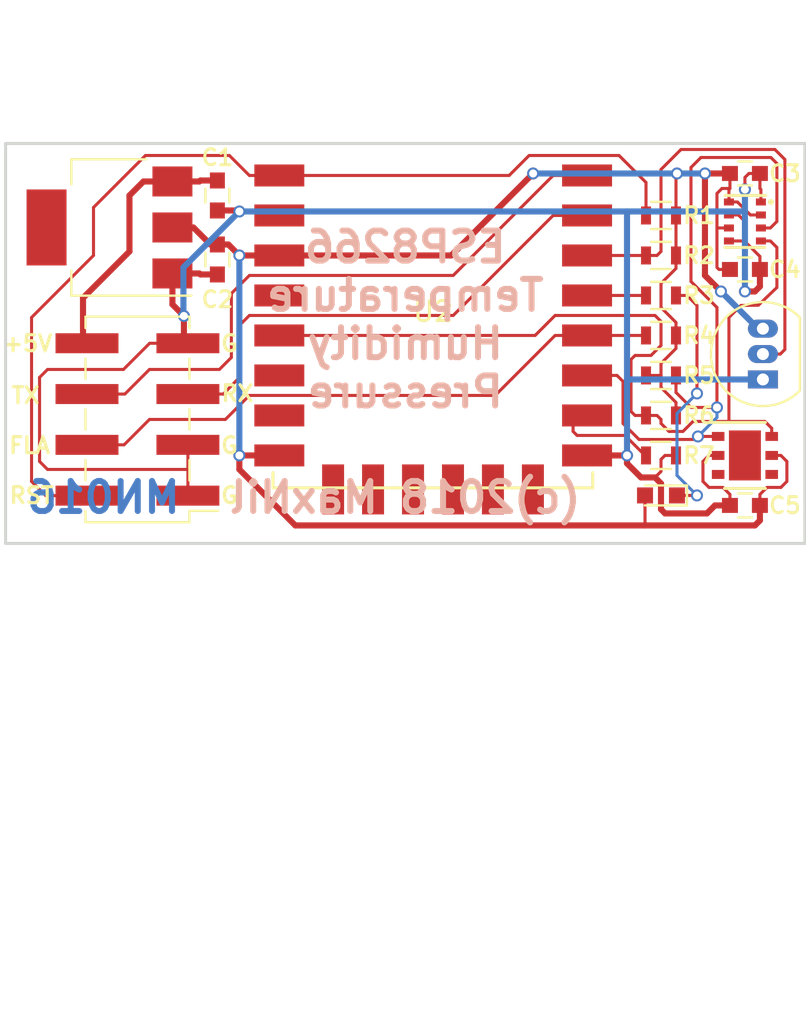
<source format=kicad_pcb>
(kicad_pcb (version 4) (host pcbnew 4.0.7)

  (general
    (links 51)
    (no_connects 0)
    (area 136.924999 103.924999 177.075001 124.075001)
    (thickness 1.6)
    (drawings 16)
    (tracks 267)
    (zones 0)
    (modules 19)
    (nets 26)
  )

  (page A4)
  (layers
    (0 F.Cu signal)
    (31 B.Cu signal)
    (36 B.SilkS user)
    (37 F.SilkS user)
    (38 B.Mask user)
    (39 F.Mask user)
    (44 Edge.Cuts user)
    (45 Margin user)
    (46 B.CrtYd user)
    (47 F.CrtYd user)
  )

  (setup
    (last_trace_width 0.1524)
    (user_trace_width 0.1524)
    (user_trace_width 0.3048)
    (trace_clearance 0.1524)
    (zone_clearance 0.508)
    (zone_45_only no)
    (trace_min 0.1524)
    (segment_width 0.2)
    (edge_width 0.15)
    (via_size 0.508)
    (via_drill 0.254)
    (via_min_size 0.508)
    (via_min_drill 0.254)
    (user_via 0.508 0.254)
    (uvia_size 0.3)
    (uvia_drill 0.1)
    (uvias_allowed no)
    (uvia_min_size 0.2)
    (uvia_min_drill 0.1)
    (pcb_text_width 0.3)
    (pcb_text_size 1.5 1.5)
    (mod_edge_width 0.15)
    (mod_text_size 1 1)
    (mod_text_width 0.15)
    (pad_size 1.6 2.5)
    (pad_drill 0)
    (pad_to_mask_clearance 0.0508)
    (aux_axis_origin 137 104)
    (grid_origin 174.4 111.1)
    (visible_elements FFFEFF7F)
    (pcbplotparams
      (layerselection 0x010b0_80000001)
      (usegerberextensions false)
      (excludeedgelayer true)
      (linewidth 0.100000)
      (plotframeref false)
      (viasonmask false)
      (mode 1)
      (useauxorigin false)
      (hpglpennumber 1)
      (hpglpenspeed 20)
      (hpglpendiameter 15)
      (hpglpenoverlay 2)
      (psnegative false)
      (psa4output false)
      (plotreference true)
      (plotvalue false)
      (plotinvisibletext false)
      (padsonsilk false)
      (subtractmaskfromsilk false)
      (outputformat 1)
      (mirror false)
      (drillshape 0)
      (scaleselection 1)
      (outputdirectory gerber/))
  )

  (net 0 "")
  (net 1 /RESET)
  (net 2 "Net-(U2-Pad2)")
  (net 3 +3V3)
  (net 4 "Net-(U2-Pad4)")
  (net 5 /SCL)
  (net 6 "Net-(U2-Pad6)")
  (net 7 "Net-(U2-Pad7)")
  (net 8 GND)
  (net 9 /SDA)
  (net 10 /BOOT)
  (net 11 /LED)
  (net 12 /RXD)
  (net 13 /TXD)
  (net 14 "Net-(U2-Pad17)")
  (net 15 "Net-(U2-Pad18)")
  (net 16 "Net-(U2-Pad19)")
  (net 17 "Net-(U2-Pad20)")
  (net 18 "Net-(U2-Pad21)")
  (net 19 "Net-(U2-Pad22)")
  (net 20 +5V)
  (net 21 "Net-(D1-Pad1)")
  (net 22 "Net-(U3-Pad3)")
  (net 23 "Net-(U3-Pad4)")
  (net 24 /DATA)
  (net 25 "Net-(R6-Pad2)")

  (net_class Default "This is the default net class."
    (clearance 0.1524)
    (trace_width 0.1524)
    (via_dia 0.508)
    (via_drill 0.254)
    (uvia_dia 0.3)
    (uvia_drill 0.1)
    (add_net +3V3)
    (add_net +5V)
    (add_net /BOOT)
    (add_net /DATA)
    (add_net /LED)
    (add_net /RESET)
    (add_net /RXD)
    (add_net /SCL)
    (add_net /SDA)
    (add_net /TXD)
    (add_net GND)
    (add_net "Net-(D1-Pad1)")
    (add_net "Net-(R6-Pad2)")
    (add_net "Net-(U2-Pad17)")
    (add_net "Net-(U2-Pad18)")
    (add_net "Net-(U2-Pad19)")
    (add_net "Net-(U2-Pad2)")
    (add_net "Net-(U2-Pad20)")
    (add_net "Net-(U2-Pad21)")
    (add_net "Net-(U2-Pad22)")
    (add_net "Net-(U2-Pad4)")
    (add_net "Net-(U2-Pad6)")
    (add_net "Net-(U2-Pad7)")
    (add_net "Net-(U3-Pad3)")
    (add_net "Net-(U3-Pad4)")
  )

  (module Resistors_SMD:R_0603 (layer F.Cu) (tedit 5AA52EB3) (tstamp 5A9C5185)
    (at 169.8 107.6)
    (descr "Resistor SMD 0603, reflow soldering, Vishay (see dcrcw.pdf)")
    (tags "resistor 0603")
    (path /5A92CA17)
    (attr smd)
    (fp_text reference R1 (at 1.9 0 180) (layer F.SilkS)
      (effects (font (size 0.8 0.8) (thickness 0.15)))
    )
    (fp_text value 10k (at 0 1.5) (layer F.Fab)
      (effects (font (size 1 1) (thickness 0.15)))
    )
    (fp_text user %R (at 0 0) (layer F.Fab)
      (effects (font (size 0.4 0.4) (thickness 0.075)))
    )
    (fp_line (start -0.8 0.4) (end -0.8 -0.4) (layer F.Fab) (width 0.1))
    (fp_line (start 0.8 0.4) (end -0.8 0.4) (layer F.Fab) (width 0.1))
    (fp_line (start 0.8 -0.4) (end 0.8 0.4) (layer F.Fab) (width 0.1))
    (fp_line (start -0.8 -0.4) (end 0.8 -0.4) (layer F.Fab) (width 0.1))
    (fp_line (start 0.5 0.68) (end -0.5 0.68) (layer F.SilkS) (width 0.12))
    (fp_line (start -0.5 -0.68) (end 0.5 -0.68) (layer F.SilkS) (width 0.12))
    (fp_line (start -1.25 -0.7) (end 1.25 -0.7) (layer F.CrtYd) (width 0.05))
    (fp_line (start -1.25 -0.7) (end -1.25 0.7) (layer F.CrtYd) (width 0.05))
    (fp_line (start 1.25 0.7) (end 1.25 -0.7) (layer F.CrtYd) (width 0.05))
    (fp_line (start 1.25 0.7) (end -1.25 0.7) (layer F.CrtYd) (width 0.05))
    (pad 1 smd rect (at -0.75 0) (size 0.5 0.9) (layers F.Cu F.Mask)
      (net 1 /RESET))
    (pad 2 smd rect (at 0.75 0) (size 0.5 0.9) (layers F.Cu F.Mask)
      (net 3 +3V3))
    (model ${KISYS3DMOD}/Resistors_SMD.3dshapes/R_0603.wrl
      (at (xyz 0 0 0))
      (scale (xyz 1 1 1))
      (rotate (xyz 0 0 0))
    )
  )

  (module ESP8266:ESP-12E_SMD (layer F.Cu) (tedit 5AA5B1A6) (tstamp 5A9C311B)
    (at 151.4 105.6)
    (descr "Module, ESP-8266, ESP-12, 16 pad, SMD")
    (tags "Module ESP-8266 ESP8266")
    (path /5A92C426)
    (fp_text reference U2 (at 7 6.8) (layer F.SilkS)
      (effects (font (size 1 1) (thickness 0.15)))
    )
    (fp_text value ESP-12F (at 5.08 6.35 90) (layer F.Fab) hide
      (effects (font (size 1 1) (thickness 0.15)))
    )
    (fp_line (start -2.25 -0.5) (end -2.25 -8.75) (layer F.CrtYd) (width 0.05))
    (fp_line (start -2.25 -8.75) (end 15.25 -8.75) (layer F.CrtYd) (width 0.05))
    (fp_line (start 15.25 -8.75) (end 16.25 -8.75) (layer F.CrtYd) (width 0.05))
    (fp_line (start 16.25 -8.75) (end 16.25 16) (layer F.CrtYd) (width 0.05))
    (fp_line (start 16.25 16) (end -2.25 16) (layer F.CrtYd) (width 0.05))
    (fp_line (start -2.25 16) (end -2.25 -0.5) (layer F.CrtYd) (width 0.05))
    (fp_line (start -1.016 -8.382) (end 14.986 -8.382) (layer F.CrtYd) (width 0.1524))
    (fp_line (start 14.986 -8.382) (end 14.986 -0.889) (layer F.CrtYd) (width 0.1524))
    (fp_line (start -1.016 -8.382) (end -1.016 -1.016) (layer F.CrtYd) (width 0.1524))
    (fp_line (start -1.016 14.859) (end -1.016 15.621) (layer F.SilkS) (width 0.1524))
    (fp_line (start -1.016 15.621) (end 14.986 15.621) (layer F.SilkS) (width 0.1524))
    (fp_line (start 14.986 15.621) (end 14.986 14.859) (layer F.SilkS) (width 0.1524))
    (fp_line (start 14.992 -8.4) (end -1.008 -2.6) (layer F.CrtYd) (width 0.1524))
    (fp_line (start -1.008 -8.4) (end 14.992 -2.6) (layer F.CrtYd) (width 0.1524))
    (fp_text user "No Copper" (at 6.892 -5.4) (layer F.CrtYd)
      (effects (font (size 1 1) (thickness 0.15)))
    )
    (fp_line (start -1.008 -2.6) (end 14.992 -2.6) (layer F.CrtYd) (width 0.1524))
    (fp_line (start 15 -8.4) (end 15 15.6) (layer F.Fab) (width 0.05))
    (fp_line (start 14.992 15.6) (end -1.008 15.6) (layer F.Fab) (width 0.05))
    (fp_line (start -1.008 15.6) (end -1.008 -8.4) (layer F.Fab) (width 0.05))
    (fp_line (start -1.008 -8.4) (end 14.992 -8.4) (layer F.Fab) (width 0.05))
    (pad 1 smd rect (at 0 0) (size 2.5 1.1) (drill (offset -0.7 0)) (layers F.Cu F.Mask)
      (net 1 /RESET))
    (pad 2 smd rect (at 0 2) (size 2.5 1.1) (drill (offset -0.7 0)) (layers F.Cu F.Mask)
      (net 2 "Net-(U2-Pad2)"))
    (pad 3 smd rect (at 0 4) (size 2.5 1.1) (drill (offset -0.7 0)) (layers F.Cu F.Mask)
      (net 3 +3V3))
    (pad 4 smd rect (at 0 6) (size 2.5 1.1) (drill (offset -0.7 0)) (layers F.Cu F.Mask)
      (net 4 "Net-(U2-Pad4)"))
    (pad 5 smd rect (at 0 8) (size 2.5 1.1) (drill (offset -0.7 0)) (layers F.Cu F.Mask)
      (net 5 /SCL))
    (pad 6 smd rect (at 0 10) (size 2.5 1.1) (drill (offset -0.7 0)) (layers F.Cu F.Mask)
      (net 6 "Net-(U2-Pad6)"))
    (pad 7 smd rect (at 0 12) (size 2.5 1.1) (drill (offset -0.7 0)) (layers F.Cu F.Mask)
      (net 7 "Net-(U2-Pad7)"))
    (pad 8 smd rect (at 0 14) (size 2.5 1.1) (drill (offset -0.7 0)) (layers F.Cu F.Mask)
      (net 3 +3V3))
    (pad 9 smd rect (at 14 14) (size 2.5 1.1) (drill (offset 0.7 0)) (layers F.Cu F.Mask)
      (net 8 GND))
    (pad 10 smd rect (at 14 12) (size 2.5 1.1) (drill (offset 0.7 0)) (layers F.Cu F.Mask)
      (net 25 "Net-(R6-Pad2)"))
    (pad 11 smd rect (at 14 10) (size 2.5 1.1) (drill (offset 0.7 0)) (layers F.Cu F.Mask)
      (net 9 /SDA))
    (pad 12 smd rect (at 14 8) (size 2.5 1.1) (drill (offset 0.7 0)) (layers F.Cu F.Mask)
      (net 10 /BOOT))
    (pad 13 smd rect (at 14 6) (size 2.5 1.1) (drill (offset 0.7 0)) (layers F.Cu F.Mask)
      (net 11 /LED))
    (pad 14 smd rect (at 14 4) (size 2.5 1.1) (drill (offset 0.7 0)) (layers F.Cu F.Mask)
      (net 24 /DATA))
    (pad 15 smd rect (at 14 2) (size 2.5 1.1) (drill (offset 0.7 0)) (layers F.Cu F.Mask)
      (net 12 /RXD))
    (pad 16 smd rect (at 14 0) (size 2.5 1.1) (drill (offset 0.7 0)) (layers F.Cu F.Mask)
      (net 13 /TXD))
    (pad 17 smd rect (at 1.99 15 90) (size 2.5 1.1) (drill (offset -0.7 0)) (layers F.Cu F.Mask)
      (net 14 "Net-(U2-Pad17)"))
    (pad 18 smd rect (at 3.99 15 90) (size 2.5 1.1) (drill (offset -0.7 0)) (layers F.Cu F.Mask)
      (net 15 "Net-(U2-Pad18)"))
    (pad 19 smd rect (at 5.99 15 90) (size 2.5 1.1) (drill (offset -0.7 0)) (layers F.Cu F.Mask)
      (net 16 "Net-(U2-Pad19)"))
    (pad 20 smd rect (at 7.99 15 90) (size 2.5 1.1) (drill (offset -0.7 0)) (layers F.Cu F.Mask)
      (net 17 "Net-(U2-Pad20)"))
    (pad 21 smd rect (at 9.99 15 90) (size 2.5 1.1) (drill (offset -0.7 0)) (layers F.Cu F.Mask)
      (net 18 "Net-(U2-Pad21)"))
    (pad 22 smd rect (at 11.99 15 90) (size 2.5 1.1) (drill (offset -0.7 0)) (layers F.Cu F.Mask)
      (net 19 "Net-(U2-Pad22)"))
    (model ../../../../../Users/max/Documents/KiCad/Libraries/kicad-ESP8266-master/ESP8266.3dshapes/ESP-12-E-better.wrl
      (at (xyz 0 0 0))
      (scale (xyz 1 1 1))
      (rotate (xyz 0 0 0))
    )
  )

  (module MaxNil:BOSCH_BMP280 (layer F.Cu) (tedit 5AA51BE9) (tstamp 5A9C312E)
    (at 174 107.9 270)
    (path /5A9331AD)
    (fp_text reference U4 (at 0.2 2 270) (layer F.SilkS) hide
      (effects (font (size 1 1) (thickness 0.15)))
    )
    (fp_text value BMP280 (at 0 -0.5 270) (layer F.Fab)
      (effects (font (size 0.5 0.5) (thickness 0.1)))
    )
    (fp_circle (center -0.975 -1.3) (end -0.9 -1.3) (layer F.SilkS) (width 0.15))
    (fp_line (start -1.4 -1.3) (end 1.4 -1.3) (layer F.CrtYd) (width 0.05))
    (fp_line (start 1.3 -1) (end 1.3 1) (layer F.SilkS) (width 0.15))
    (fp_line (start -1.3 1) (end -1.3 -1.05) (layer F.SilkS) (width 0.15))
    (fp_line (start -1.4 1.3) (end 1.4 1.3) (layer F.CrtYd) (width 0.05))
    (fp_line (start -1.4 1.3) (end -1.4 -1.3) (layer F.CrtYd) (width 0.05))
    (fp_line (start 1.4 1.3) (end 1.4 -1.3) (layer F.CrtYd) (width 0.05))
    (pad 1 smd rect (at -0.975 -0.8 270) (size 0.35 0.5) (layers F.Cu F.Mask)
      (net 8 GND) (solder_mask_margin 0.05))
    (pad 2 smd rect (at -0.325 -0.8 270) (size 0.35 0.5) (layers F.Cu F.Mask)
      (net 3 +3V3) (solder_mask_margin 0.05))
    (pad 3 smd rect (at 0.325 -0.8 270) (size 0.35 0.5) (layers F.Cu F.Mask)
      (net 9 /SDA) (solder_mask_margin 0.05))
    (pad 4 smd rect (at 0.975 -0.8 270) (size 0.35 0.5) (layers F.Cu F.Mask)
      (net 5 /SCL) (solder_mask_margin 0.05))
    (pad 8 smd rect (at -0.975 0.8 270) (size 0.35 0.5) (layers F.Cu F.Mask)
      (net 3 +3V3) (solder_mask_margin 0.05))
    (pad 7 smd rect (at -0.325 0.8 270) (size 0.35 0.5) (layers F.Cu F.Mask)
      (net 8 GND) (solder_mask_margin 0.05))
    (pad 6 smd rect (at 0.325 0.8 270) (size 0.35 0.5) (layers F.Cu F.Mask)
      (net 3 +3V3) (solder_mask_margin 0.05))
    (pad 5 smd rect (at 0.975 0.8 270) (size 0.35 0.5) (layers F.Cu F.Mask)
      (net 8 GND) (solder_mask_margin 0.05))
    (model ../../../../../Users/max/Documents/KiCad/Libraries/Module_LGA_2.0x2.5_Bosch-BMP280.wrl
      (at (xyz 0 0 0))
      (scale (xyz 1 1 1))
      (rotate (xyz 0 0 -90))
    )
  )

  (module Capacitors_SMD:C_0603 (layer F.Cu) (tedit 5AA52E1F) (tstamp 5A9C5161)
    (at 147.6 106.6 270)
    (descr "Capacitor SMD 0603, reflow soldering, AVX (see smccp.pdf)")
    (tags "capacitor 0603")
    (path /5A9C8BE3)
    (attr smd)
    (fp_text reference C1 (at -1.9 0 360) (layer F.SilkS)
      (effects (font (size 0.8 0.8) (thickness 0.15)))
    )
    (fp_text value 1u (at 0 1.5 270) (layer F.Fab)
      (effects (font (size 1 1) (thickness 0.15)))
    )
    (fp_line (start 1.4 0.65) (end -1.4 0.65) (layer F.CrtYd) (width 0.05))
    (fp_line (start 1.4 0.65) (end 1.4 -0.65) (layer F.CrtYd) (width 0.05))
    (fp_line (start -1.4 -0.65) (end -1.4 0.65) (layer F.CrtYd) (width 0.05))
    (fp_line (start -1.4 -0.65) (end 1.4 -0.65) (layer F.CrtYd) (width 0.05))
    (fp_line (start 0.35 0.6) (end -0.35 0.6) (layer F.SilkS) (width 0.12))
    (fp_line (start -0.35 -0.6) (end 0.35 -0.6) (layer F.SilkS) (width 0.12))
    (fp_line (start -0.8 -0.4) (end 0.8 -0.4) (layer F.Fab) (width 0.1))
    (fp_line (start 0.8 -0.4) (end 0.8 0.4) (layer F.Fab) (width 0.1))
    (fp_line (start 0.8 0.4) (end -0.8 0.4) (layer F.Fab) (width 0.1))
    (fp_line (start -0.8 0.4) (end -0.8 -0.4) (layer F.Fab) (width 0.1))
    (fp_text user %R (at 0 0 270) (layer F.Fab)
      (effects (font (size 0.3 0.3) (thickness 0.075)))
    )
    (pad 2 smd rect (at 0.75 0 270) (size 0.8 0.75) (layers F.Cu F.Mask)
      (net 8 GND))
    (pad 1 smd rect (at -0.75 0 270) (size 0.8 0.75) (layers F.Cu F.Mask)
      (net 20 +5V))
    (model Capacitors_SMD.3dshapes/C_0603.wrl
      (at (xyz 0 0 0))
      (scale (xyz 1 1 1))
      (rotate (xyz 0 0 0))
    )
  )

  (module Capacitors_SMD:C_0603 (layer F.Cu) (tedit 5AA52E25) (tstamp 5A9C5167)
    (at 147.6 109.8 270)
    (descr "Capacitor SMD 0603, reflow soldering, AVX (see smccp.pdf)")
    (tags "capacitor 0603")
    (path /5A9C8B8C)
    (attr smd)
    (fp_text reference C2 (at 2 0 360) (layer F.SilkS)
      (effects (font (size 0.8 0.8) (thickness 0.15)))
    )
    (fp_text value 1u (at 0 1.5 270) (layer F.Fab)
      (effects (font (size 1 1) (thickness 0.15)))
    )
    (fp_line (start 1.4 0.65) (end -1.4 0.65) (layer F.CrtYd) (width 0.05))
    (fp_line (start 1.4 0.65) (end 1.4 -0.65) (layer F.CrtYd) (width 0.05))
    (fp_line (start -1.4 -0.65) (end -1.4 0.65) (layer F.CrtYd) (width 0.05))
    (fp_line (start -1.4 -0.65) (end 1.4 -0.65) (layer F.CrtYd) (width 0.05))
    (fp_line (start 0.35 0.6) (end -0.35 0.6) (layer F.SilkS) (width 0.12))
    (fp_line (start -0.35 -0.6) (end 0.35 -0.6) (layer F.SilkS) (width 0.12))
    (fp_line (start -0.8 -0.4) (end 0.8 -0.4) (layer F.Fab) (width 0.1))
    (fp_line (start 0.8 -0.4) (end 0.8 0.4) (layer F.Fab) (width 0.1))
    (fp_line (start 0.8 0.4) (end -0.8 0.4) (layer F.Fab) (width 0.1))
    (fp_line (start -0.8 0.4) (end -0.8 -0.4) (layer F.Fab) (width 0.1))
    (fp_text user %R (at 0 0 270) (layer F.Fab)
      (effects (font (size 0.3 0.3) (thickness 0.075)))
    )
    (pad 2 smd rect (at 0.75 0 270) (size 0.8 0.75) (layers F.Cu F.Mask)
      (net 8 GND))
    (pad 1 smd rect (at -0.75 0 270) (size 0.8 0.75) (layers F.Cu F.Mask)
      (net 3 +3V3))
    (model Capacitors_SMD.3dshapes/C_0603.wrl
      (at (xyz 0 0 0))
      (scale (xyz 1 1 1))
      (rotate (xyz 0 0 0))
    )
  )

  (module Capacitors_SMD:C_0603 (layer F.Cu) (tedit 5AA52E93) (tstamp 5A9C516D)
    (at 174 105.5)
    (descr "Capacitor SMD 0603, reflow soldering, AVX (see smccp.pdf)")
    (tags "capacitor 0603")
    (path /5A92C931)
    (attr smd)
    (fp_text reference C3 (at 2 0) (layer F.SilkS)
      (effects (font (size 0.8 0.8) (thickness 0.15)))
    )
    (fp_text value 0.1u (at 0 1.5) (layer F.Fab)
      (effects (font (size 1 1) (thickness 0.15)))
    )
    (fp_line (start 1.4 0.65) (end -1.4 0.65) (layer F.CrtYd) (width 0.05))
    (fp_line (start 1.4 0.65) (end 1.4 -0.65) (layer F.CrtYd) (width 0.05))
    (fp_line (start -1.4 -0.65) (end -1.4 0.65) (layer F.CrtYd) (width 0.05))
    (fp_line (start -1.4 -0.65) (end 1.4 -0.65) (layer F.CrtYd) (width 0.05))
    (fp_line (start 0.35 0.6) (end -0.35 0.6) (layer F.SilkS) (width 0.12))
    (fp_line (start -0.35 -0.6) (end 0.35 -0.6) (layer F.SilkS) (width 0.12))
    (fp_line (start -0.8 -0.4) (end 0.8 -0.4) (layer F.Fab) (width 0.1))
    (fp_line (start 0.8 -0.4) (end 0.8 0.4) (layer F.Fab) (width 0.1))
    (fp_line (start 0.8 0.4) (end -0.8 0.4) (layer F.Fab) (width 0.1))
    (fp_line (start -0.8 0.4) (end -0.8 -0.4) (layer F.Fab) (width 0.1))
    (fp_text user %R (at 0 0) (layer F.Fab)
      (effects (font (size 0.3 0.3) (thickness 0.075)))
    )
    (pad 2 smd rect (at 0.75 0) (size 0.8 0.75) (layers F.Cu F.Mask)
      (net 8 GND))
    (pad 1 smd rect (at -0.75 0) (size 0.8 0.75) (layers F.Cu F.Mask)
      (net 3 +3V3))
    (model Capacitors_SMD.3dshapes/C_0603.wrl
      (at (xyz 0 0 0))
      (scale (xyz 1 1 1))
      (rotate (xyz 0 0 0))
    )
  )

  (module Capacitors_SMD:C_0603 (layer F.Cu) (tedit 5AA52E96) (tstamp 5A9C5173)
    (at 174 110.3)
    (descr "Capacitor SMD 0603, reflow soldering, AVX (see smccp.pdf)")
    (tags "capacitor 0603")
    (path /5A9C4617)
    (attr smd)
    (fp_text reference C4 (at 2 0 180) (layer F.SilkS)
      (effects (font (size 0.8 0.8) (thickness 0.15)))
    )
    (fp_text value 0.1u (at 0 1.5) (layer F.Fab)
      (effects (font (size 1 1) (thickness 0.15)))
    )
    (fp_line (start 1.4 0.65) (end -1.4 0.65) (layer F.CrtYd) (width 0.05))
    (fp_line (start 1.4 0.65) (end 1.4 -0.65) (layer F.CrtYd) (width 0.05))
    (fp_line (start -1.4 -0.65) (end -1.4 0.65) (layer F.CrtYd) (width 0.05))
    (fp_line (start -1.4 -0.65) (end 1.4 -0.65) (layer F.CrtYd) (width 0.05))
    (fp_line (start 0.35 0.6) (end -0.35 0.6) (layer F.SilkS) (width 0.12))
    (fp_line (start -0.35 -0.6) (end 0.35 -0.6) (layer F.SilkS) (width 0.12))
    (fp_line (start -0.8 -0.4) (end 0.8 -0.4) (layer F.Fab) (width 0.1))
    (fp_line (start 0.8 -0.4) (end 0.8 0.4) (layer F.Fab) (width 0.1))
    (fp_line (start 0.8 0.4) (end -0.8 0.4) (layer F.Fab) (width 0.1))
    (fp_line (start -0.8 0.4) (end -0.8 -0.4) (layer F.Fab) (width 0.1))
    (fp_text user %R (at 0 0) (layer F.Fab)
      (effects (font (size 0.3 0.3) (thickness 0.075)))
    )
    (pad 2 smd rect (at 0.75 0) (size 0.8 0.75) (layers F.Cu F.Mask)
      (net 8 GND))
    (pad 1 smd rect (at -0.75 0) (size 0.8 0.75) (layers F.Cu F.Mask)
      (net 3 +3V3))
    (model Capacitors_SMD.3dshapes/C_0603.wrl
      (at (xyz 0 0 0))
      (scale (xyz 1 1 1))
      (rotate (xyz 0 0 0))
    )
  )

  (module Capacitors_SMD:C_0603 (layer F.Cu) (tedit 5AA52E9B) (tstamp 5A9C5179)
    (at 174 122.1 180)
    (descr "Capacitor SMD 0603, reflow soldering, AVX (see smccp.pdf)")
    (tags "capacitor 0603")
    (path /5A92C8F3)
    (attr smd)
    (fp_text reference C5 (at -2 0 360) (layer F.SilkS)
      (effects (font (size 0.8 0.8) (thickness 0.15)))
    )
    (fp_text value 0.1u (at 0 1.5 180) (layer F.Fab)
      (effects (font (size 1 1) (thickness 0.15)))
    )
    (fp_line (start 1.4 0.65) (end -1.4 0.65) (layer F.CrtYd) (width 0.05))
    (fp_line (start 1.4 0.65) (end 1.4 -0.65) (layer F.CrtYd) (width 0.05))
    (fp_line (start -1.4 -0.65) (end -1.4 0.65) (layer F.CrtYd) (width 0.05))
    (fp_line (start -1.4 -0.65) (end 1.4 -0.65) (layer F.CrtYd) (width 0.05))
    (fp_line (start 0.35 0.6) (end -0.35 0.6) (layer F.SilkS) (width 0.12))
    (fp_line (start -0.35 -0.6) (end 0.35 -0.6) (layer F.SilkS) (width 0.12))
    (fp_line (start -0.8 -0.4) (end 0.8 -0.4) (layer F.Fab) (width 0.1))
    (fp_line (start 0.8 -0.4) (end 0.8 0.4) (layer F.Fab) (width 0.1))
    (fp_line (start 0.8 0.4) (end -0.8 0.4) (layer F.Fab) (width 0.1))
    (fp_line (start -0.8 0.4) (end -0.8 -0.4) (layer F.Fab) (width 0.1))
    (fp_text user %R (at 0 0 180) (layer F.Fab)
      (effects (font (size 0.3 0.3) (thickness 0.075)))
    )
    (pad 2 smd rect (at 0.75 0 180) (size 0.8 0.75) (layers F.Cu F.Mask)
      (net 8 GND))
    (pad 1 smd rect (at -0.75 0 180) (size 0.8 0.75) (layers F.Cu F.Mask)
      (net 3 +3V3))
    (model Capacitors_SMD.3dshapes/C_0603.wrl
      (at (xyz 0 0 0))
      (scale (xyz 1 1 1))
      (rotate (xyz 0 0 0))
    )
  )

  (module LEDs:LED_0603 (layer F.Cu) (tedit 5AA51C05) (tstamp 5A9C517F)
    (at 169.8 121.6 180)
    (descr "LED 0603 smd package")
    (tags "LED led 0603 SMD smd SMT smt smdled SMDLED smtled SMTLED")
    (path /5A92C9C9)
    (attr smd)
    (fp_text reference D1 (at 0 -1.25 180) (layer F.SilkS) hide
      (effects (font (size 1 1) (thickness 0.15)))
    )
    (fp_text value "White LED" (at 0 1.35 180) (layer F.Fab)
      (effects (font (size 1 1) (thickness 0.15)))
    )
    (fp_line (start -1.3 -0.5) (end -1.3 0.5) (layer F.SilkS) (width 0.12))
    (fp_line (start -0.2 -0.2) (end -0.2 0.2) (layer F.Fab) (width 0.1))
    (fp_line (start -0.15 0) (end 0.15 -0.2) (layer F.Fab) (width 0.1))
    (fp_line (start 0.15 0.2) (end -0.15 0) (layer F.Fab) (width 0.1))
    (fp_line (start 0.15 -0.2) (end 0.15 0.2) (layer F.Fab) (width 0.1))
    (fp_line (start 0.8 0.4) (end -0.8 0.4) (layer F.Fab) (width 0.1))
    (fp_line (start 0.8 -0.4) (end 0.8 0.4) (layer F.Fab) (width 0.1))
    (fp_line (start -0.8 -0.4) (end 0.8 -0.4) (layer F.Fab) (width 0.1))
    (fp_line (start -0.8 0.4) (end -0.8 -0.4) (layer F.Fab) (width 0.1))
    (fp_line (start -1.3 0.5) (end 0.8 0.5) (layer F.SilkS) (width 0.12))
    (fp_line (start -1.3 -0.5) (end 0.8 -0.5) (layer F.SilkS) (width 0.12))
    (fp_line (start 1.45 -0.65) (end 1.45 0.65) (layer F.CrtYd) (width 0.05))
    (fp_line (start 1.45 0.65) (end -1.45 0.65) (layer F.CrtYd) (width 0.05))
    (fp_line (start -1.45 0.65) (end -1.45 -0.65) (layer F.CrtYd) (width 0.05))
    (fp_line (start -1.45 -0.65) (end 1.45 -0.65) (layer F.CrtYd) (width 0.05))
    (pad 2 smd rect (at 0.8 0) (size 0.8 0.8) (layers F.Cu F.Mask)
      (net 3 +3V3))
    (pad 1 smd rect (at -0.8 0) (size 0.8 0.8) (layers F.Cu F.Mask)
      (net 21 "Net-(D1-Pad1)"))
    (model ${KISYS3DMOD}/LEDs.3dshapes/LED_0603.wrl
      (at (xyz 0 0 0))
      (scale (xyz 1 1 1))
      (rotate (xyz 0 0 180))
    )
  )

  (module Resistors_SMD:R_0603 (layer F.Cu) (tedit 5AA52EB0) (tstamp 5A9C518B)
    (at 169.8 109.6 180)
    (descr "Resistor SMD 0603, reflow soldering, Vishay (see dcrcw.pdf)")
    (tags "resistor 0603")
    (path /5A9C9735)
    (attr smd)
    (fp_text reference R2 (at -1.9 0 360) (layer F.SilkS)
      (effects (font (size 0.8 0.8) (thickness 0.15)))
    )
    (fp_text value 4.7k (at 0 1.5 180) (layer F.Fab)
      (effects (font (size 1 1) (thickness 0.15)))
    )
    (fp_text user %R (at 0 0 180) (layer F.Fab)
      (effects (font (size 0.4 0.4) (thickness 0.075)))
    )
    (fp_line (start -0.8 0.4) (end -0.8 -0.4) (layer F.Fab) (width 0.1))
    (fp_line (start 0.8 0.4) (end -0.8 0.4) (layer F.Fab) (width 0.1))
    (fp_line (start 0.8 -0.4) (end 0.8 0.4) (layer F.Fab) (width 0.1))
    (fp_line (start -0.8 -0.4) (end 0.8 -0.4) (layer F.Fab) (width 0.1))
    (fp_line (start 0.5 0.68) (end -0.5 0.68) (layer F.SilkS) (width 0.12))
    (fp_line (start -0.5 -0.68) (end 0.5 -0.68) (layer F.SilkS) (width 0.12))
    (fp_line (start -1.25 -0.7) (end 1.25 -0.7) (layer F.CrtYd) (width 0.05))
    (fp_line (start -1.25 -0.7) (end -1.25 0.7) (layer F.CrtYd) (width 0.05))
    (fp_line (start 1.25 0.7) (end 1.25 -0.7) (layer F.CrtYd) (width 0.05))
    (fp_line (start 1.25 0.7) (end -1.25 0.7) (layer F.CrtYd) (width 0.05))
    (pad 1 smd rect (at -0.75 0 180) (size 0.5 0.9) (layers F.Cu F.Mask)
      (net 3 +3V3))
    (pad 2 smd rect (at 0.75 0 180) (size 0.5 0.9) (layers F.Cu F.Mask)
      (net 24 /DATA))
    (model ${KISYS3DMOD}/Resistors_SMD.3dshapes/R_0603.wrl
      (at (xyz 0 0 0))
      (scale (xyz 1 1 1))
      (rotate (xyz 0 0 0))
    )
  )

  (module Resistors_SMD:R_0603 (layer F.Cu) (tedit 5AA52EAD) (tstamp 5A9C5191)
    (at 169.8 111.6)
    (descr "Resistor SMD 0603, reflow soldering, Vishay (see dcrcw.pdf)")
    (tags "resistor 0603")
    (path /5A9C3417)
    (attr smd)
    (fp_text reference R3 (at 1.9 0 180) (layer F.SilkS)
      (effects (font (size 0.8 0.8) (thickness 0.15)))
    )
    (fp_text value 82 (at 0 1.5) (layer F.Fab)
      (effects (font (size 1 1) (thickness 0.15)))
    )
    (fp_text user %R (at 0 0) (layer F.Fab)
      (effects (font (size 0.4 0.4) (thickness 0.075)))
    )
    (fp_line (start -0.8 0.4) (end -0.8 -0.4) (layer F.Fab) (width 0.1))
    (fp_line (start 0.8 0.4) (end -0.8 0.4) (layer F.Fab) (width 0.1))
    (fp_line (start 0.8 -0.4) (end 0.8 0.4) (layer F.Fab) (width 0.1))
    (fp_line (start -0.8 -0.4) (end 0.8 -0.4) (layer F.Fab) (width 0.1))
    (fp_line (start 0.5 0.68) (end -0.5 0.68) (layer F.SilkS) (width 0.12))
    (fp_line (start -0.5 -0.68) (end 0.5 -0.68) (layer F.SilkS) (width 0.12))
    (fp_line (start -1.25 -0.7) (end 1.25 -0.7) (layer F.CrtYd) (width 0.05))
    (fp_line (start -1.25 -0.7) (end -1.25 0.7) (layer F.CrtYd) (width 0.05))
    (fp_line (start 1.25 0.7) (end 1.25 -0.7) (layer F.CrtYd) (width 0.05))
    (fp_line (start 1.25 0.7) (end -1.25 0.7) (layer F.CrtYd) (width 0.05))
    (pad 1 smd rect (at -0.75 0) (size 0.5 0.9) (layers F.Cu F.Mask)
      (net 11 /LED))
    (pad 2 smd rect (at 0.75 0) (size 0.5 0.9) (layers F.Cu F.Mask)
      (net 21 "Net-(D1-Pad1)"))
    (model ${KISYS3DMOD}/Resistors_SMD.3dshapes/R_0603.wrl
      (at (xyz 0 0 0))
      (scale (xyz 1 1 1))
      (rotate (xyz 0 0 0))
    )
  )

  (module Resistors_SMD:R_0603 (layer F.Cu) (tedit 5AA6F022) (tstamp 5A9C519D)
    (at 169.8 115.6)
    (descr "Resistor SMD 0603, reflow soldering, Vishay (see dcrcw.pdf)")
    (tags "resistor 0603")
    (path /5A9C2339)
    (attr smd)
    (fp_text reference R5 (at 1.9 0 180) (layer F.SilkS)
      (effects (font (size 0.8 0.8) (thickness 0.15)))
    )
    (fp_text value 10k (at 0 1.5) (layer F.Fab)
      (effects (font (size 1 1) (thickness 0.15)))
    )
    (fp_text user %R (at 0 0) (layer F.Fab)
      (effects (font (size 0.4 0.4) (thickness 0.075)))
    )
    (fp_line (start -0.8 0.4) (end -0.8 -0.4) (layer F.Fab) (width 0.1))
    (fp_line (start 0.8 0.4) (end -0.8 0.4) (layer F.Fab) (width 0.1))
    (fp_line (start 0.8 -0.4) (end 0.8 0.4) (layer F.Fab) (width 0.1))
    (fp_line (start -0.8 -0.4) (end 0.8 -0.4) (layer F.Fab) (width 0.1))
    (fp_line (start 0.5 0.68) (end -0.5 0.68) (layer F.SilkS) (width 0.12))
    (fp_line (start -0.5 -0.68) (end 0.5 -0.68) (layer F.SilkS) (width 0.12))
    (fp_line (start -1.25 -0.7) (end 1.25 -0.7) (layer F.CrtYd) (width 0.05))
    (fp_line (start -1.25 -0.7) (end -1.25 0.7) (layer F.CrtYd) (width 0.05))
    (fp_line (start 1.25 0.7) (end 1.25 -0.7) (layer F.CrtYd) (width 0.05))
    (fp_line (start 1.25 0.7) (end -1.25 0.7) (layer F.CrtYd) (width 0.05))
    (pad 1 smd rect (at -0.75 0) (size 0.5 0.9) (layers F.Cu F.Mask)
      (net 3 +3V3))
    (pad 2 smd rect (at 0.75 0) (size 0.5 0.9) (layers F.Cu F.Mask)
      (net 9 /SDA))
    (model ${KISYS3DMOD}/Resistors_SMD.3dshapes/R_0603.wrl
      (at (xyz 0 0 0))
      (scale (xyz 1 1 1))
      (rotate (xyz 0 0 0))
    )
  )

  (module Resistors_SMD:R_0603 (layer F.Cu) (tedit 5AA6F07D) (tstamp 5A9C51A3)
    (at 169.8 119.6 180)
    (descr "Resistor SMD 0603, reflow soldering, Vishay (see dcrcw.pdf)")
    (tags "resistor 0603")
    (path /5A9C2565)
    (attr smd)
    (fp_text reference R7 (at -1.9 0 180) (layer F.SilkS)
      (effects (font (size 0.8 0.8) (thickness 0.15)))
    )
    (fp_text value 10k (at 0 1.5 180) (layer F.Fab)
      (effects (font (size 1 1) (thickness 0.15)))
    )
    (fp_text user %R (at 0 0 180) (layer F.Fab)
      (effects (font (size 0.4 0.4) (thickness 0.075)))
    )
    (fp_line (start -0.8 0.4) (end -0.8 -0.4) (layer F.Fab) (width 0.1))
    (fp_line (start 0.8 0.4) (end -0.8 0.4) (layer F.Fab) (width 0.1))
    (fp_line (start 0.8 -0.4) (end 0.8 0.4) (layer F.Fab) (width 0.1))
    (fp_line (start -0.8 -0.4) (end 0.8 -0.4) (layer F.Fab) (width 0.1))
    (fp_line (start 0.5 0.68) (end -0.5 0.68) (layer F.SilkS) (width 0.12))
    (fp_line (start -0.5 -0.68) (end 0.5 -0.68) (layer F.SilkS) (width 0.12))
    (fp_line (start -1.25 -0.7) (end 1.25 -0.7) (layer F.CrtYd) (width 0.05))
    (fp_line (start -1.25 -0.7) (end -1.25 0.7) (layer F.CrtYd) (width 0.05))
    (fp_line (start 1.25 0.7) (end 1.25 -0.7) (layer F.CrtYd) (width 0.05))
    (fp_line (start 1.25 0.7) (end -1.25 0.7) (layer F.CrtYd) (width 0.05))
    (pad 1 smd rect (at -0.75 0 180) (size 0.5 0.9) (layers F.Cu F.Mask)
      (net 8 GND))
    (pad 2 smd rect (at 0.75 0 180) (size 0.5 0.9) (layers F.Cu F.Mask)
      (net 25 "Net-(R6-Pad2)"))
    (model ${KISYS3DMOD}/Resistors_SMD.3dshapes/R_0603.wrl
      (at (xyz 0 0 0))
      (scale (xyz 1 1 1))
      (rotate (xyz 0 0 0))
    )
  )

  (module TO_SOT_Packages_SMD:SOT-223 (layer F.Cu) (tedit 5AA52043) (tstamp 5A9C51B1)
    (at 142.2 108.2 180)
    (descr "module CMS SOT223 4 pins")
    (tags "CMS SOT")
    (path /5A92E9F5)
    (attr smd)
    (fp_text reference U1 (at 0 -4.5 180) (layer F.SilkS) hide
      (effects (font (size 1 1) (thickness 0.15)))
    )
    (fp_text value AZ1117-3.3 (at 0 4.5 180) (layer F.Fab)
      (effects (font (size 1 1) (thickness 0.15)))
    )
    (fp_text user %R (at 0 0 270) (layer F.Fab)
      (effects (font (size 0.8 0.8) (thickness 0.12)))
    )
    (fp_line (start -1.85 -2.3) (end -0.8 -3.35) (layer F.Fab) (width 0.1))
    (fp_line (start 1.91 3.41) (end 1.91 2.15) (layer F.SilkS) (width 0.12))
    (fp_line (start 1.91 -3.41) (end 1.91 -2.15) (layer F.SilkS) (width 0.12))
    (fp_line (start 4.4 -3.6) (end -4.4 -3.6) (layer F.CrtYd) (width 0.05))
    (fp_line (start 4.4 3.6) (end 4.4 -3.6) (layer F.CrtYd) (width 0.05))
    (fp_line (start -4.4 3.6) (end 4.4 3.6) (layer F.CrtYd) (width 0.05))
    (fp_line (start -4.4 -3.6) (end -4.4 3.6) (layer F.CrtYd) (width 0.05))
    (fp_line (start -1.85 -2.3) (end -1.85 3.35) (layer F.Fab) (width 0.1))
    (fp_line (start -1.85 3.41) (end 1.91 3.41) (layer F.SilkS) (width 0.12))
    (fp_line (start -0.8 -3.35) (end 1.85 -3.35) (layer F.Fab) (width 0.1))
    (fp_line (start -4.1 -3.41) (end 1.91 -3.41) (layer F.SilkS) (width 0.12))
    (fp_line (start -1.85 3.35) (end 1.85 3.35) (layer F.Fab) (width 0.1))
    (fp_line (start 1.85 -3.35) (end 1.85 3.35) (layer F.Fab) (width 0.1))
    (pad 4 smd rect (at 3.15 0 180) (size 2 3.8) (layers F.Cu F.Mask))
    (pad 2 smd rect (at -3.15 0 180) (size 2 1.5) (layers F.Cu F.Mask)
      (net 3 +3V3))
    (pad 3 smd rect (at -3.15 2.3 180) (size 2 1.5) (layers F.Cu F.Mask)
      (net 20 +5V))
    (pad 1 smd rect (at -3.15 -2.3 180) (size 2 1.5) (layers F.Cu F.Mask)
      (net 8 GND))
    (model ${KISYS3DMOD}/TO_SOT_Packages_SMD.3dshapes/SOT-223.wrl
      (at (xyz 0 0 0))
      (scale (xyz 1 1 1))
      (rotate (xyz 0 0 0))
    )
  )

  (module Housings_DFN_QFN:DFN-6-1EP_3x3mm_Pitch0.95mm (layer F.Cu) (tedit 5AA522A1) (tstamp 5A9C51BF)
    (at 174 119.6)
    (descr "DFN6 3*3 MM, 0.95 PITCH; CASE 506AH-01 (see ON Semiconductor 506AH.PDF)")
    (tags "DFN 0.95")
    (path /5A92C816)
    (attr smd)
    (fp_text reference U3 (at -3 -2.2) (layer F.SilkS) hide
      (effects (font (size 1 1) (thickness 0.15)))
    )
    (fp_text value Si7021 (at 0 2.575) (layer F.Fab)
      (effects (font (size 1 1) (thickness 0.15)))
    )
    (fp_line (start -0.5 -1.5) (end 1.5 -1.5) (layer F.Fab) (width 0.15))
    (fp_line (start 1.5 -1.5) (end 1.5 1.5) (layer F.Fab) (width 0.15))
    (fp_line (start 1.5 1.5) (end -1.5 1.5) (layer F.Fab) (width 0.15))
    (fp_line (start -1.5 1.5) (end -1.5 -0.5) (layer F.Fab) (width 0.15))
    (fp_line (start -1.5 -0.5) (end -0.5 -1.5) (layer F.Fab) (width 0.15))
    (fp_line (start -1.9 -1.85) (end -1.9 1.85) (layer F.CrtYd) (width 0.05))
    (fp_line (start 1.9 -1.85) (end 1.9 1.85) (layer F.CrtYd) (width 0.05))
    (fp_line (start -1.9 -1.85) (end 1.9 -1.85) (layer F.CrtYd) (width 0.05))
    (fp_line (start -1.9 1.85) (end 1.9 1.85) (layer F.CrtYd) (width 0.05))
    (fp_line (start -1.025 1.65) (end 1.025 1.65) (layer F.SilkS) (width 0.15))
    (fp_line (start -1.73 -1.65) (end 1.025 -1.65) (layer F.SilkS) (width 0.15))
    (pad 1 smd rect (at -1.34 -0.95) (size 0.63 0.45) (layers F.Cu F.Mask)
      (net 9 /SDA))
    (pad 2 smd rect (at -1.34 0) (size 0.63 0.45) (layers F.Cu F.Mask)
      (net 8 GND))
    (pad 3 smd rect (at -1.34 0.95) (size 0.63 0.45) (layers F.Cu F.Mask)
      (net 22 "Net-(U3-Pad3)"))
    (pad 4 smd rect (at 1.34 0.95) (size 0.63 0.45) (layers F.Cu F.Mask)
      (net 23 "Net-(U3-Pad4)"))
    (pad 5 smd rect (at 1.34 0) (size 0.63 0.45) (layers F.Cu F.Mask)
      (net 3 +3V3))
    (pad 6 smd rect (at 1.34 -0.95) (size 0.63 0.45) (layers F.Cu F.Mask)
      (net 5 /SCL))
    (pad 7 smd rect (at 0 0) (size 1.6 2.5) (layers F.Cu F.Mask)
      (solder_mask_margin 0.01) (solder_paste_margin_ratio -0.2) (clearance 0.01))
    (model ${KISYS3DMOD}/Housings_DFN_QFN.3dshapes/DFN-6-1EP_3x3mm_Pitch0.95mm.wrl
      (at (xyz 0 0 0))
      (scale (xyz 1 1 1))
      (rotate (xyz 0 0 0))
    )
  )

  (module Pin_Headers:Pin_Header_Straight_2x04_Pitch2.54mm_SMD (layer F.Cu) (tedit 5AA57387) (tstamp 5A9C522E)
    (at 143.6 117.8 180)
    (descr "surface-mounted straight pin header, 2x04, 2.54mm pitch, double rows")
    (tags "Surface mounted pin header SMD 2x04 2.54mm double row")
    (path /5A92E8C5)
    (attr smd)
    (fp_text reference J1 (at 0 -6.14 180) (layer F.SilkS) hide
      (effects (font (size 1 1) (thickness 0.15)))
    )
    (fp_text value Con1 (at 0 6.14 180) (layer F.Fab)
      (effects (font (size 1 1) (thickness 0.15)))
    )
    (fp_line (start 2.54 5.08) (end -2.54 5.08) (layer F.Fab) (width 0.1))
    (fp_line (start -1.59 -5.08) (end 2.54 -5.08) (layer F.Fab) (width 0.1))
    (fp_line (start -2.54 5.08) (end -2.54 -4.13) (layer F.Fab) (width 0.1))
    (fp_line (start -2.54 -4.13) (end -1.59 -5.08) (layer F.Fab) (width 0.1))
    (fp_line (start 2.54 -5.08) (end 2.54 5.08) (layer F.Fab) (width 0.1))
    (fp_line (start -2.54 -4.13) (end -3.6 -4.13) (layer F.Fab) (width 0.1))
    (fp_line (start -3.6 -4.13) (end -3.6 -3.49) (layer F.Fab) (width 0.1))
    (fp_line (start -3.6 -3.49) (end -2.54 -3.49) (layer F.Fab) (width 0.1))
    (fp_line (start 2.54 -4.13) (end 3.6 -4.13) (layer F.Fab) (width 0.1))
    (fp_line (start 3.6 -4.13) (end 3.6 -3.49) (layer F.Fab) (width 0.1))
    (fp_line (start 3.6 -3.49) (end 2.54 -3.49) (layer F.Fab) (width 0.1))
    (fp_line (start -2.54 -1.59) (end -3.6 -1.59) (layer F.Fab) (width 0.1))
    (fp_line (start -3.6 -1.59) (end -3.6 -0.95) (layer F.Fab) (width 0.1))
    (fp_line (start -3.6 -0.95) (end -2.54 -0.95) (layer F.Fab) (width 0.1))
    (fp_line (start 2.54 -1.59) (end 3.6 -1.59) (layer F.Fab) (width 0.1))
    (fp_line (start 3.6 -1.59) (end 3.6 -0.95) (layer F.Fab) (width 0.1))
    (fp_line (start 3.6 -0.95) (end 2.54 -0.95) (layer F.Fab) (width 0.1))
    (fp_line (start -2.54 0.95) (end -3.6 0.95) (layer F.Fab) (width 0.1))
    (fp_line (start -3.6 0.95) (end -3.6 1.59) (layer F.Fab) (width 0.1))
    (fp_line (start -3.6 1.59) (end -2.54 1.59) (layer F.Fab) (width 0.1))
    (fp_line (start 2.54 0.95) (end 3.6 0.95) (layer F.Fab) (width 0.1))
    (fp_line (start 3.6 0.95) (end 3.6 1.59) (layer F.Fab) (width 0.1))
    (fp_line (start 3.6 1.59) (end 2.54 1.59) (layer F.Fab) (width 0.1))
    (fp_line (start -2.54 3.49) (end -3.6 3.49) (layer F.Fab) (width 0.1))
    (fp_line (start -3.6 3.49) (end -3.6 4.13) (layer F.Fab) (width 0.1))
    (fp_line (start -3.6 4.13) (end -2.54 4.13) (layer F.Fab) (width 0.1))
    (fp_line (start 2.54 3.49) (end 3.6 3.49) (layer F.Fab) (width 0.1))
    (fp_line (start 3.6 3.49) (end 3.6 4.13) (layer F.Fab) (width 0.1))
    (fp_line (start 3.6 4.13) (end 2.54 4.13) (layer F.Fab) (width 0.1))
    (fp_line (start -2.6 -5.14) (end 2.6 -5.14) (layer F.SilkS) (width 0.12))
    (fp_line (start -2.6 5.14) (end 2.6 5.14) (layer F.SilkS) (width 0.12))
    (fp_line (start -4.04 -4.57) (end -2.6 -4.57) (layer F.SilkS) (width 0.12))
    (fp_line (start -2.6 -5.14) (end -2.6 -4.57) (layer F.SilkS) (width 0.12))
    (fp_line (start 2.6 -5.14) (end 2.6 -4.57) (layer F.SilkS) (width 0.12))
    (fp_line (start -2.6 4.57) (end -2.6 5.14) (layer F.SilkS) (width 0.12))
    (fp_line (start 2.6 4.57) (end 2.6 5.14) (layer F.SilkS) (width 0.12))
    (fp_line (start -2.6 -3.05) (end -2.6 -2.03) (layer F.SilkS) (width 0.12))
    (fp_line (start 2.6 -3.05) (end 2.6 -2.03) (layer F.SilkS) (width 0.12))
    (fp_line (start -2.6 -0.51) (end -2.6 0.51) (layer F.SilkS) (width 0.12))
    (fp_line (start 2.6 -0.51) (end 2.6 0.51) (layer F.SilkS) (width 0.12))
    (fp_line (start -2.6 2.03) (end -2.6 3.05) (layer F.SilkS) (width 0.12))
    (fp_line (start 2.6 2.03) (end 2.6 3.05) (layer F.SilkS) (width 0.12))
    (fp_line (start -5.9 -5.6) (end -5.9 5.6) (layer F.CrtYd) (width 0.05))
    (fp_line (start -5.9 5.6) (end 5.9 5.6) (layer F.CrtYd) (width 0.05))
    (fp_line (start 5.9 5.6) (end 5.9 -5.6) (layer F.CrtYd) (width 0.05))
    (fp_line (start 5.9 -5.6) (end -5.9 -5.6) (layer F.CrtYd) (width 0.05))
    (fp_text user %R (at 0 0 270) (layer F.Fab)
      (effects (font (size 1 1) (thickness 0.15)))
    )
    (pad 1 smd rect (at -2.525 -3.81 180) (size 3.15 1) (layers F.Cu F.Mask)
      (net 8 GND))
    (pad 2 smd rect (at 2.525 -3.81 180) (size 3.15 1) (layers F.Cu F.Mask)
      (net 1 /RESET))
    (pad 3 smd rect (at -2.525 -1.27 180) (size 3.15 1) (layers F.Cu F.Mask)
      (net 8 GND))
    (pad 4 smd rect (at 2.525 -1.27 180) (size 3.15 1) (layers F.Cu F.Mask)
      (net 10 /BOOT))
    (pad 5 smd rect (at -2.525 1.27 180) (size 3.15 1) (layers F.Cu F.Mask)
      (net 12 /RXD))
    (pad 6 smd rect (at 2.525 1.27 180) (size 3.15 1) (layers F.Cu F.Mask)
      (net 13 /TXD))
    (pad 7 smd rect (at -2.525 3.81 180) (size 3.15 1) (layers F.Cu F.Mask)
      (net 8 GND))
    (pad 8 smd rect (at 2.525 3.81 180) (size 3.15 1) (layers F.Cu F.Mask)
      (net 20 +5V))
    (model ${KISYS3DMOD}/Pin_Headers.3dshapes/Pin_Header_Straight_2x04_Pitch2.54mm_SMD.wrl
      (at (xyz 0 0 0))
      (scale (xyz 1 1 1))
      (rotate (xyz 0 0 0))
    )
  )

  (module TO_SOT_Packages_THT:TO-92_Inline_Narrow_Oval (layer F.Cu) (tedit 5AA51BEF) (tstamp 5A9C62E0)
    (at 174.9 115.8 90)
    (descr "TO-92 leads in-line, narrow, oval pads, drill 0.6mm (see NXP sot054_po.pdf)")
    (tags "to-92 sc-43 sc-43a sot54 PA33 transistor")
    (path /5A9C910D)
    (fp_text reference U5 (at 1.2 1.4 90) (layer F.SilkS) hide
      (effects (font (size 1 1) (thickness 0.15)))
    )
    (fp_text value DS1821C (at 1.27 2.79 90) (layer F.Fab)
      (effects (font (size 1 1) (thickness 0.15)))
    )
    (fp_text user %R (at 1.27 -3.56 90) (layer F.Fab)
      (effects (font (size 1 1) (thickness 0.15)))
    )
    (fp_line (start -0.53 1.85) (end 3.07 1.85) (layer F.SilkS) (width 0.12))
    (fp_line (start -0.5 1.75) (end 3 1.75) (layer F.Fab) (width 0.1))
    (fp_line (start -1.46 -2.73) (end 4 -2.73) (layer F.CrtYd) (width 0.05))
    (fp_line (start -1.46 -2.73) (end -1.46 2.01) (layer F.CrtYd) (width 0.05))
    (fp_line (start 4 2.01) (end 4 -2.73) (layer F.CrtYd) (width 0.05))
    (fp_line (start 4 2.01) (end -1.46 2.01) (layer F.CrtYd) (width 0.05))
    (fp_arc (start 1.27 0) (end 1.27 -2.48) (angle 135) (layer F.Fab) (width 0.1))
    (fp_arc (start 1.27 0) (end 1.27 -2.6) (angle -135) (layer F.SilkS) (width 0.12))
    (fp_arc (start 1.27 0) (end 1.27 -2.48) (angle -135) (layer F.Fab) (width 0.1))
    (fp_arc (start 1.27 0) (end 1.27 -2.6) (angle 135) (layer F.SilkS) (width 0.12))
    (pad 2 thru_hole oval (at 1.27 0 270) (size 0.9 1.5) (drill 0.6) (layers *.Cu *.Mask)
      (net 24 /DATA))
    (pad 3 thru_hole oval (at 2.54 0 270) (size 0.9 1.5) (drill 0.6) (layers *.Cu *.Mask)
      (net 3 +3V3))
    (pad 1 thru_hole rect (at 0 0 270) (size 0.9 1.5) (drill 0.6) (layers *.Cu *.Mask)
      (net 8 GND))
    (model ${KISYS3DMOD}/TO_SOT_Packages_THT.3dshapes/TO-92_Inline_Narrow_Oval.wrl
      (at (xyz 0.05 0 0))
      (scale (xyz 1 1 1))
      (rotate (xyz 0 0 -90))
    )
  )

  (module Resistors_SMD:R_0603 (layer F.Cu) (tedit 5AA52EAB) (tstamp 5A9DBCBA)
    (at 169.8 113.6 180)
    (descr "Resistor SMD 0603, reflow soldering, Vishay (see dcrcw.pdf)")
    (tags "resistor 0603")
    (path /5A92CA9F)
    (attr smd)
    (fp_text reference R4 (at -1.9 0 360) (layer F.SilkS)
      (effects (font (size 0.8 0.8) (thickness 0.15)))
    )
    (fp_text value 1k (at 0 1.5 180) (layer F.Fab)
      (effects (font (size 1 1) (thickness 0.15)))
    )
    (fp_text user %R (at 0 0 180) (layer F.Fab)
      (effects (font (size 0.4 0.4) (thickness 0.075)))
    )
    (fp_line (start -0.8 0.4) (end -0.8 -0.4) (layer F.Fab) (width 0.1))
    (fp_line (start 0.8 0.4) (end -0.8 0.4) (layer F.Fab) (width 0.1))
    (fp_line (start 0.8 -0.4) (end 0.8 0.4) (layer F.Fab) (width 0.1))
    (fp_line (start -0.8 -0.4) (end 0.8 -0.4) (layer F.Fab) (width 0.1))
    (fp_line (start 0.5 0.68) (end -0.5 0.68) (layer F.SilkS) (width 0.12))
    (fp_line (start -0.5 -0.68) (end 0.5 -0.68) (layer F.SilkS) (width 0.12))
    (fp_line (start -1.25 -0.7) (end 1.25 -0.7) (layer F.CrtYd) (width 0.05))
    (fp_line (start -1.25 -0.7) (end -1.25 0.7) (layer F.CrtYd) (width 0.05))
    (fp_line (start 1.25 0.7) (end 1.25 -0.7) (layer F.CrtYd) (width 0.05))
    (fp_line (start 1.25 0.7) (end -1.25 0.7) (layer F.CrtYd) (width 0.05))
    (pad 1 smd rect (at -0.75 0 180) (size 0.5 0.9) (layers F.Cu F.Mask)
      (net 3 +3V3))
    (pad 2 smd rect (at 0.75 0 180) (size 0.5 0.9) (layers F.Cu F.Mask)
      (net 10 /BOOT))
    (model ${KISYS3DMOD}/Resistors_SMD.3dshapes/R_0603.wrl
      (at (xyz 0 0 0))
      (scale (xyz 1 1 1))
      (rotate (xyz 0 0 0))
    )
  )

  (module Resistors_SMD:R_0603 (layer F.Cu) (tedit 5AA6F075) (tstamp 5AA51FF0)
    (at 169.8 117.6)
    (descr "Resistor SMD 0603, reflow soldering, Vishay (see dcrcw.pdf)")
    (tags "resistor 0603")
    (path /5A92CA65)
    (attr smd)
    (fp_text reference R6 (at 1.9 0) (layer F.SilkS)
      (effects (font (size 0.8 0.8) (thickness 0.15)))
    )
    (fp_text value 10k (at 0 1.5) (layer F.Fab)
      (effects (font (size 1 1) (thickness 0.15)))
    )
    (fp_text user %R (at 0 0) (layer F.Fab)
      (effects (font (size 0.4 0.4) (thickness 0.075)))
    )
    (fp_line (start -0.8 0.4) (end -0.8 -0.4) (layer F.Fab) (width 0.1))
    (fp_line (start 0.8 0.4) (end -0.8 0.4) (layer F.Fab) (width 0.1))
    (fp_line (start 0.8 -0.4) (end 0.8 0.4) (layer F.Fab) (width 0.1))
    (fp_line (start -0.8 -0.4) (end 0.8 -0.4) (layer F.Fab) (width 0.1))
    (fp_line (start 0.5 0.68) (end -0.5 0.68) (layer F.SilkS) (width 0.12))
    (fp_line (start -0.5 -0.68) (end 0.5 -0.68) (layer F.SilkS) (width 0.12))
    (fp_line (start -1.25 -0.7) (end 1.25 -0.7) (layer F.CrtYd) (width 0.05))
    (fp_line (start -1.25 -0.7) (end -1.25 0.7) (layer F.CrtYd) (width 0.05))
    (fp_line (start 1.25 0.7) (end 1.25 -0.7) (layer F.CrtYd) (width 0.05))
    (fp_line (start 1.25 0.7) (end -1.25 0.7) (layer F.CrtYd) (width 0.05))
    (pad 1 smd rect (at -0.75 0) (size 0.5 0.9) (layers F.Cu F.Mask)
      (net 5 /SCL))
    (pad 2 smd rect (at 0.75 0) (size 0.5 0.9) (layers F.Cu F.Mask)
      (net 3 +3V3))
    (model ${KISYS3DMOD}/Resistors_SMD.3dshapes/R_0603.wrl
      (at (xyz 0 0 0))
      (scale (xyz 1 1 1))
      (rotate (xyz 0 0 0))
    )
  )

  (gr_text "ESP8266\nTemperature\nHumidity\nPressure" (at 157 112.8) (layer B.SilkS)
    (effects (font (size 1.5 1.5) (thickness 0.3)) (justify mirror))
  )
  (gr_text "(c)2018 MaxNil" (at 157 121.7) (layer B.SilkS)
    (effects (font (size 1.5 1.5) (thickness 0.3)) (justify mirror))
  )
  (gr_text G (at 148.2 121.6) (layer F.SilkS)
    (effects (font (size 0.8 0.8) (thickness 0.16)))
  )
  (gr_text G (at 148.2 119.1) (layer F.SilkS)
    (effects (font (size 0.8 0.8) (thickness 0.16)))
  )
  (gr_text G (at 148.2 114) (layer F.SilkS)
    (effects (font (size 0.8 0.8) (thickness 0.16)))
  )
  (gr_text TX (at 138 116.6) (layer F.SilkS)
    (effects (font (size 0.8 0.8) (thickness 0.16)))
  )
  (gr_text RX (at 148.6 116.5) (layer F.SilkS)
    (effects (font (size 0.8 0.8) (thickness 0.16)))
  )
  (gr_text +5V (at 138.1 114) (layer F.SilkS)
    (effects (font (size 0.8 0.8) (thickness 0.16)))
  )
  (gr_text RST (at 138.3 121.6) (layer F.SilkS)
    (effects (font (size 0.8 0.8) (thickness 0.16)))
  )
  (gr_text FLA (at 138.2 119.1) (layer F.SilkS)
    (effects (font (size 0.8 0.8) (thickness 0.16)))
  )
  (gr_text MN016 (at 141.9 121.7) (layer B.Cu)
    (effects (font (size 1.5 1.5) (thickness 0.3)) (justify mirror))
  )
  (gr_line (start 137 124) (end 137 104) (angle 90) (layer Edge.Cuts) (width 0.15))
  (gr_line (start 177 124) (end 137 124) (angle 90) (layer Edge.Cuts) (width 0.15))
  (gr_line (start 177 104) (end 177 124) (angle 90) (layer Edge.Cuts) (width 0.15))
  (gr_line (start 137 104) (end 177 104) (angle 90) (layer Edge.Cuts) (width 0.15))
  (dimension 25 (width 0.3) (layer F.Fab)
    (gr_text "25.000 mm" (at 160.7 148.65) (layer F.Fab)
      (effects (font (size 1.5 1.5) (thickness 0.3)))
    )
    (feature1 (pts (xy 173.2 145.1) (xy 173.2 150)))
    (feature2 (pts (xy 148.2 145.1) (xy 148.2 150)))
    (crossbar (pts (xy 148.2 147.3) (xy 173.2 147.3)))
    (arrow1a (pts (xy 173.2 147.3) (xy 172.073496 147.886421)))
    (arrow1b (pts (xy 173.2 147.3) (xy 172.073496 146.713579)))
    (arrow2a (pts (xy 148.2 147.3) (xy 149.326504 147.886421)))
    (arrow2b (pts (xy 148.2 147.3) (xy 149.326504 146.713579)))
  )

  (segment (start 144 104.6) (end 141.4 107.2) (width 0.1524) (layer F.Cu) (net 1))
  (segment (start 151.4 105.6) (end 149.2 105.6) (width 0.1524) (layer F.Cu) (net 1))
  (segment (start 148.2 104.6) (end 144 104.6) (width 0.1524) (layer F.Cu) (net 1) (tstamp 5AA52908))
  (segment (start 149.2 105.6) (end 148.2 104.6) (width 0.1524) (layer F.Cu) (net 1) (tstamp 5AA528F4))
  (segment (start 138.300324 112.699676) (end 138.300324 120.900324) (width 0.1524) (layer F.Cu) (net 1) (tstamp 5AA5B52F))
  (segment (start 141.4 109.6) (end 138.300324 112.699676) (width 0.1524) (layer F.Cu) (net 1) (tstamp 5AA5B528))
  (segment (start 141.4 107.2) (end 141.4 109.6) (width 0.1524) (layer F.Cu) (net 1) (tstamp 5AA5B520))
  (segment (start 140.775 121.61) (end 139.01 121.61) (width 0.1524) (layer F.Cu) (net 1))
  (segment (start 139.01 121.61) (end 138.300324 120.900324) (width 0.1524) (layer F.Cu) (net 1) (tstamp 5AA5B2DE))
  (segment (start 138.300324 120.900324) (end 138.300324 120.902223) (width 0.1524) (layer F.Cu) (net 1) (tstamp 5AA5B2E1))
  (segment (start 169.05 107.6) (end 169.05 105.95) (width 0.1524) (layer F.Cu) (net 1))
  (segment (start 162.2 105.6) (end 151.4 105.6) (width 0.1524) (layer F.Cu) (net 1) (tstamp 5AA52298))
  (segment (start 163.2 104.6) (end 162.2 105.6) (width 0.1524) (layer F.Cu) (net 1) (tstamp 5AA52296))
  (segment (start 167.7 104.6) (end 163.2 104.6) (width 0.1524) (layer F.Cu) (net 1) (tstamp 5AA52294))
  (segment (start 169.05 105.95) (end 167.7 104.6) (width 0.1524) (layer F.Cu) (net 1) (tstamp 5AA52292))
  (segment (start 169.05 115.6) (end 169.8 115.6) (width 0.1524) (layer F.Cu) (net 3))
  (segment (start 170.55 117.5) (end 170.55 116.95) (width 0.1524) (layer F.Cu) (net 3))
  (segment (start 170.55 114.25) (end 169.8 115) (width 0.1524) (layer F.Cu) (net 3) (tstamp 5AA5B999))
  (segment (start 170.55 114.25) (end 170.55 113.6) (width 0.1524) (layer F.Cu) (net 3))
  (segment (start 169.8 116.2) (end 169.8 115.6) (width 0.1524) (layer F.Cu) (net 3) (tstamp 5AA5B9D8))
  (segment (start 169.8 115.6) (end 169.8 115) (width 0.1524) (layer F.Cu) (net 3) (tstamp 5AA5BA24))
  (segment (start 170.55 116.95) (end 169.8 116.2) (width 0.1524) (layer F.Cu) (net 3) (tstamp 5AA5B9D5))
  (segment (start 174.75 122.1) (end 174.75 121.55) (width 0.1524) (layer F.Cu) (net 3))
  (segment (start 175.8 119.6) (end 175.34 119.6) (width 0.1524) (layer F.Cu) (net 3) (tstamp 5AA5B840))
  (segment (start 176.1 119.9) (end 175.8 119.6) (width 0.1524) (layer F.Cu) (net 3) (tstamp 5AA5B83E))
  (segment (start 176.1 120.9) (end 176.1 119.9) (width 0.1524) (layer F.Cu) (net 3) (tstamp 5AA5B835))
  (segment (start 175.8 121.2) (end 176.1 120.9) (width 0.1524) (layer F.Cu) (net 3) (tstamp 5AA5B82E))
  (segment (start 175.1 121.2) (end 175.8 121.2) (width 0.1524) (layer F.Cu) (net 3) (tstamp 5AA5B823))
  (segment (start 174.75 121.55) (end 175.1 121.2) (width 0.1524) (layer F.Cu) (net 3) (tstamp 5AA5B820))
  (segment (start 174.75 122.1) (end 174.75 122.85) (width 0.3048) (layer F.Cu) (net 3))
  (segment (start 174.5 123.1) (end 169 123.1) (width 0.3048) (layer F.Cu) (net 3) (tstamp 5AA58114))
  (segment (start 174.75 122.85) (end 174.5 123.1) (width 0.3048) (layer F.Cu) (net 3) (tstamp 5AA5B794))
  (segment (start 173.25 110.3) (end 172.7 110.3) (width 0.1524) (layer F.Cu) (net 3))
  (segment (start 172.6 110.2) (end 172.6 108.225) (width 0.1524) (layer F.Cu) (net 3) (tstamp 5AA5A71D))
  (segment (start 172.7 110.3) (end 172.6 110.2) (width 0.1524) (layer F.Cu) (net 3) (tstamp 5AA5A717))
  (segment (start 169 121.6) (end 169 123.1) (width 0.1524) (layer F.Cu) (net 3))
  (segment (start 169 123.1) (end 169 123) (width 0.1524) (layer F.Cu) (net 3) (tstamp 5AA58110))
  (segment (start 169 123) (end 169 123.1) (width 0.1524) (layer F.Cu) (net 3) (tstamp 5AA58113))
  (segment (start 151.5 123.1) (end 169 123.1) (width 0.3048) (layer F.Cu) (net 3))
  (segment (start 148.7 119.6) (end 148.7 120.3) (width 0.3048) (layer F.Cu) (net 3))
  (segment (start 148.7 120.3) (end 151.5 123.1) (width 0.3048) (layer F.Cu) (net 3) (tstamp 5AA55BBD))
  (segment (start 174.9 113.26) (end 174.66 113.26) (width 0.3048) (layer B.Cu) (net 3))
  (segment (start 174.66 113.26) (end 172.8 111.4) (width 0.3048) (layer B.Cu) (net 3) (tstamp 5AA57A43))
  (segment (start 174.8 113.36) (end 174.76 113.36) (width 0.3048) (layer B.Cu) (net 3))
  (segment (start 172 110.6) (end 172 105.5) (width 0.3048) (layer F.Cu) (net 3) (tstamp 5AA5586D))
  (segment (start 172.8 111.4) (end 172 110.6) (width 0.3048) (layer F.Cu) (net 3) (tstamp 5AA57717))
  (via (at 172.8 111.4) (size 0.6) (drill 0.4) (layers F.Cu B.Cu) (net 3))
  (segment (start 151.4 119.6) (end 148.7 119.6) (width 0.3048) (layer F.Cu) (net 3))
  (via (at 148.7 119.6) (size 0.6) (drill 0.4) (layers F.Cu B.Cu) (net 3))
  (segment (start 148.7 109.6) (end 148.7 119.6) (width 0.3048) (layer B.Cu) (net 3))
  (via (at 148.7 109.6) (size 0.6) (drill 0.4) (layers F.Cu B.Cu) (net 3))
  (segment (start 170.55 107.6) (end 170.55 105.55) (width 0.1524) (layer F.Cu) (net 3))
  (via (at 170.6 105.5) (size 0.6) (drill 0.4) (layers F.Cu B.Cu) (net 3))
  (segment (start 170.55 105.55) (end 170.6 105.5) (width 0.1524) (layer F.Cu) (net 3) (tstamp 5AA55787))
  (segment (start 151.4 109.6) (end 159.3 109.6) (width 0.3048) (layer F.Cu) (net 3))
  (segment (start 159.3 109.6) (end 163.4 105.5) (width 0.3048) (layer F.Cu) (net 3) (tstamp 5AA556E6))
  (via (at 163.4 105.5) (size 0.6) (drill 0.4) (layers F.Cu B.Cu) (net 3))
  (segment (start 163.4 105.5) (end 170.6 105.5) (width 0.3048) (layer B.Cu) (net 3) (tstamp 5AA55705))
  (segment (start 172 105.5) (end 173.25 105.5) (width 0.3048) (layer F.Cu) (net 3) (tstamp 5AA5570E))
  (segment (start 170.6 105.5) (end 172 105.5) (width 0.3048) (layer B.Cu) (net 3) (tstamp 5AA55795))
  (via (at 172 105.5) (size 0.6) (drill 0.4) (layers F.Cu B.Cu) (net 3))
  (segment (start 173.2 108.225) (end 172.6 108.225) (width 0.1524) (layer F.Cu) (net 3))
  (segment (start 172.6 108.225) (end 172.6 108.2) (width 0.1524) (layer F.Cu) (net 3) (tstamp 5AA54C3D))
  (segment (start 172.6 106.5) (end 172.6 108.2) (width 0.1524) (layer F.Cu) (net 3))
  (segment (start 172.6 106.5) (end 172.85 106.25) (width 0.1524) (layer F.Cu) (net 3) (tstamp 5AA54C21))
  (segment (start 173.25 106.25) (end 172.85 106.25) (width 0.1524) (layer F.Cu) (net 3) (tstamp 5AA54C27))
  (segment (start 151.4 109.6) (end 148.7 109.6) (width 0.3048) (layer F.Cu) (net 3))
  (segment (start 170.55 109.6) (end 170.55 110.25) (width 0.1524) (layer F.Cu) (net 3))
  (segment (start 170.55 112.95) (end 170.55 113.6) (width 0.1524) (layer F.Cu) (net 3) (tstamp 5AA53D3B))
  (segment (start 169.8 112.2) (end 170.55 112.95) (width 0.1524) (layer F.Cu) (net 3) (tstamp 5AA53D33))
  (segment (start 169.8 111) (end 169.8 112.2) (width 0.1524) (layer F.Cu) (net 3) (tstamp 5AA53D2B))
  (segment (start 170.55 110.25) (end 169.8 111) (width 0.1524) (layer F.Cu) (net 3) (tstamp 5AA53D1F))
  (segment (start 147.6 109.05) (end 148.15 109.05) (width 0.3048) (layer F.Cu) (net 3))
  (segment (start 148.15 109.05) (end 148.7 109.6) (width 0.3048) (layer F.Cu) (net 3) (tstamp 5AA53C73))
  (segment (start 173.2 106.925) (end 173.625 106.925) (width 0.1524) (layer F.Cu) (net 3))
  (segment (start 174.275 107.575) (end 174.8 107.575) (width 0.1524) (layer F.Cu) (net 3) (tstamp 5AA52BBB))
  (segment (start 173.625 106.925) (end 174.275 107.575) (width 0.1524) (layer F.Cu) (net 3) (tstamp 5AA52BB5))
  (segment (start 173.25 105.5) (end 173.25 106.25) (width 0.1524) (layer F.Cu) (net 3))
  (segment (start 173.2 106.3) (end 173.2 106.925) (width 0.1524) (layer F.Cu) (net 3) (tstamp 5AA5247B))
  (segment (start 173.25 106.25) (end 173.2 106.3) (width 0.1524) (layer F.Cu) (net 3) (tstamp 5AA5247A))
  (segment (start 170.55 107.6) (end 170.55 109.6) (width 0.1524) (layer F.Cu) (net 3))
  (segment (start 145.35 108.2) (end 146.4 108.2) (width 0.3048) (layer F.Cu) (net 3))
  (segment (start 147.25 109.05) (end 147.8 109.05) (width 0.3048) (layer F.Cu) (net 3) (tstamp 5AA522A5))
  (segment (start 146.4 108.2) (end 147.25 109.05) (width 0.3048) (layer F.Cu) (net 3) (tstamp 5AA522A4))
  (segment (start 169.8 118) (end 170.2 118.4) (width 0.1524) (layer F.Cu) (net 5))
  (segment (start 169.6 117.6) (end 169.8 117.8) (width 0.1524) (layer F.Cu) (net 5) (tstamp 5AA5BB1C))
  (segment (start 169.8 117.8) (end 169.8 118) (width 0.1524) (layer F.Cu) (net 5) (tstamp 5AA5BB24))
  (segment (start 170.2 118.4) (end 170.9 118.4) (width 0.1524) (layer F.Cu) (net 5) (tstamp 5AA5BB2C))
  (segment (start 170.9 118.4) (end 171.4 117.9) (width 0.1524) (layer F.Cu) (net 5) (tstamp 5AA5BB31))
  (segment (start 173.2 117.9) (end 171.4 117.9) (width 0.1524) (layer F.Cu) (net 5) (tstamp 5AA5AF25))
  (segment (start 169.6 117.6) (end 169.05 117.6) (width 0.1524) (layer F.Cu) (net 5))
  (segment (start 173.2 117.9) (end 173.2 112.7) (width 0.1524) (layer F.Cu) (net 5))
  (segment (start 174.672176 112.08823) (end 175.6 111.2) (width 0.1524) (layer F.Cu) (net 5))
  (segment (start 174.672176 112.08823) (end 173.8 112.100001) (width 0.1524) (layer F.Cu) (net 5) (tstamp 5AA54196))
  (segment (start 173.8 112.100001) (end 173.2 112.7) (width 0.1524) (layer F.Cu) (net 5) (tstamp 5AA54199))
  (segment (start 175.275 108.875) (end 174.8 108.875) (width 0.1524) (layer F.Cu) (net 5))
  (segment (start 175.275 108.875) (end 175.6 109.2) (width 0.1524) (layer F.Cu) (net 5))
  (segment (start 175.6 111.2) (end 175.6 109.2) (width 0.1524) (layer F.Cu) (net 5) (tstamp 5AA541CD))
  (segment (start 169.05 117.6) (end 168.5 117.6) (width 0.1524) (layer F.Cu) (net 5))
  (segment (start 169.3 114.6) (end 168.5 114.6) (width 0.1524) (layer F.Cu) (net 5))
  (segment (start 163.5 113.6) (end 164.5 112.6) (width 0.1524) (layer F.Cu) (net 5) (tstamp 5AA5AF50))
  (segment (start 164.5 112.6) (end 169.5 112.6) (width 0.1524) (layer F.Cu) (net 5) (tstamp 5AA5AF59))
  (segment (start 169.5 112.6) (end 169.8 112.9) (width 0.1524) (layer F.Cu) (net 5) (tstamp 5AA5AF5E))
  (segment (start 169.8 112.9) (end 169.8 114.1) (width 0.1524) (layer F.Cu) (net 5) (tstamp 5AA5AF61))
  (segment (start 163.5 113.6) (end 151.4 113.6) (width 0.1524) (layer F.Cu) (net 5))
  (segment (start 169.3 114.6) (end 169.8 114.1) (width 0.1524) (layer F.Cu) (net 5) (tstamp 5AA5AFB4))
  (segment (start 168.3 117.4) (end 168.5 117.6) (width 0.1524) (layer F.Cu) (net 5) (tstamp 5AA5BA3C))
  (segment (start 168.3 114.8) (end 168.3 117.4) (width 0.1524) (layer F.Cu) (net 5) (tstamp 5AA5BA38))
  (segment (start 168.5 114.6) (end 168.3 114.8) (width 0.1524) (layer F.Cu) (net 5) (tstamp 5AA5BA33))
  (segment (start 175.34 118.65) (end 175.34 118.24) (width 0.1524) (layer F.Cu) (net 5))
  (segment (start 175 117.9) (end 173.2 117.9) (width 0.1524) (layer F.Cu) (net 5) (tstamp 5AA5B90A))
  (segment (start 175.34 118.24) (end 175 117.9) (width 0.1524) (layer F.Cu) (net 5) (tstamp 5AA5B906))
  (segment (start 173.2 117.9) (end 173.2 117.898372) (width 0.1524) (layer F.Cu) (net 5))
  (segment (start 146.125 120.3) (end 139.1 120.3) (width 0.1524) (layer F.Cu) (net 8))
  (segment (start 139.1 120.3) (end 138.700013 119.900013) (width 0.1524) (layer F.Cu) (net 8) (tstamp 5AA5B309))
  (segment (start 138.700013 119.900013) (end 138.700013 115.699987) (width 0.1524) (layer F.Cu) (net 8) (tstamp 5AA5B30A))
  (segment (start 138.700013 115.699987) (end 139.1 115.3) (width 0.1524) (layer F.Cu) (net 8) (tstamp 5AA5B30C))
  (segment (start 139.1 115.3) (end 142.9 115.3) (width 0.1524) (layer F.Cu) (net 8) (tstamp 5AA5B30D))
  (segment (start 142.9 115.3) (end 144.21 113.99) (width 0.1524) (layer F.Cu) (net 8) (tstamp 5AA5B30E))
  (segment (start 144.21 113.99) (end 145.825 113.99) (width 0.1524) (layer F.Cu) (net 8) (tstamp 5AA5B310))
  (segment (start 146.125 119.07) (end 146.125 120.3) (width 0.1524) (layer F.Cu) (net 8))
  (segment (start 146.125 120.3) (end 146.125 121.61) (width 0.1524) (layer F.Cu) (net 8) (tstamp 5AA6F14A))
  (segment (start 170.55 119.6) (end 170 119.6) (width 0.1524) (layer F.Cu) (net 8))
  (segment (start 169.8 120.4) (end 169.5 120.7) (width 0.1524) (layer F.Cu) (net 8) (tstamp 5AA5BD4F))
  (segment (start 169.8 119.8) (end 169.8 120.4) (width 0.1524) (layer F.Cu) (net 8) (tstamp 5AA5BD4B))
  (segment (start 170 119.6) (end 169.8 119.8) (width 0.1524) (layer F.Cu) (net 8) (tstamp 5AA5BD3E))
  (segment (start 168.1 115.8) (end 168.1 119.6) (width 0.3048) (layer B.Cu) (net 8))
  (via (at 168.1 119.6) (size 0.6) (drill 0.4) (layers F.Cu B.Cu) (net 8))
  (segment (start 173.25 122.1) (end 173.25 121.55) (width 0.1524) (layer F.Cu) (net 8))
  (segment (start 172.2 119.6) (end 172.66 119.6) (width 0.1524) (layer F.Cu) (net 8) (tstamp 5AA5B819))
  (segment (start 171.9 119.9) (end 172.2 119.6) (width 0.1524) (layer F.Cu) (net 8) (tstamp 5AA5B816))
  (segment (start 171.9 120.9) (end 171.9 119.9) (width 0.1524) (layer F.Cu) (net 8) (tstamp 5AA5B813))
  (segment (start 172.2 121.2) (end 171.9 120.9) (width 0.1524) (layer F.Cu) (net 8) (tstamp 5AA5B80E))
  (segment (start 172.9 121.2) (end 172.2 121.2) (width 0.1524) (layer F.Cu) (net 8) (tstamp 5AA5B80B))
  (segment (start 173.25 121.55) (end 172.9 121.2) (width 0.1524) (layer F.Cu) (net 8) (tstamp 5AA5B806))
  (segment (start 168.1 119.6) (end 168.1 120) (width 0.3048) (layer F.Cu) (net 8))
  (segment (start 168.1 120) (end 168.8 120.7) (width 0.3048) (layer F.Cu) (net 8) (tstamp 5AA5B7C2))
  (segment (start 168.8 120.7) (end 169.5 120.7) (width 0.3048) (layer F.Cu) (net 8) (tstamp 5AA5B7CA))
  (segment (start 169.5 120.7) (end 169.8 121) (width 0.3048) (layer F.Cu) (net 8) (tstamp 5AA5B7CD))
  (segment (start 169.8 121) (end 169.8 122.295198) (width 0.3048) (layer F.Cu) (net 8) (tstamp 5AA5B7D1))
  (segment (start 169.8 122.295198) (end 170.004802 122.5) (width 0.3048) (layer F.Cu) (net 8) (tstamp 5AA5B7D7))
  (segment (start 170.004802 122.5) (end 172.1 122.5) (width 0.3048) (layer F.Cu) (net 8) (tstamp 5AA5B7DA))
  (segment (start 172.1 122.5) (end 172.5 122.1) (width 0.3048) (layer F.Cu) (net 8) (tstamp 5AA5B7E1))
  (segment (start 172.5 122.1) (end 173.25 122.1) (width 0.3048) (layer F.Cu) (net 8) (tstamp 5AA5B7E4))
  (via (at 145.925 112.625) (size 0.6) (drill 0.4) (layers F.Cu B.Cu) (net 8))
  (segment (start 148.7 107.4) (end 145.9 110.2) (width 0.3048) (layer B.Cu) (net 8) (tstamp 5AA5B66B))
  (segment (start 145.9 112.6) (end 145.9 110.2) (width 0.3048) (layer B.Cu) (net 8) (tstamp 5AA5B658))
  (segment (start 145.9 112.6) (end 145.925 112.625) (width 0.3048) (layer B.Cu) (net 8) (tstamp 5AA5B657))
  (segment (start 145.925 113.99) (end 145.925 112.625) (width 0.3048) (layer F.Cu) (net 8))
  (segment (start 145.35 112.05) (end 145.35 110.5) (width 0.3048) (layer F.Cu) (net 8) (tstamp 5AA5B4A2))
  (segment (start 145.925 112.625) (end 145.35 112.05) (width 0.3048) (layer F.Cu) (net 8) (tstamp 5AA5B4A1))
  (segment (start 145.325 110.525) (end 145.35 110.5) (width 0.3048) (layer F.Cu) (net 8) (tstamp 5AA5B32A))
  (segment (start 174.75 105.5) (end 174.2 105.5) (width 0.1524) (layer F.Cu) (net 8))
  (segment (start 174 105.7) (end 174 106.3) (width 0.1524) (layer F.Cu) (net 8) (tstamp 5AA5A761))
  (segment (start 174.2 105.5) (end 174 105.7) (width 0.1524) (layer F.Cu) (net 8) (tstamp 5AA5A75E))
  (segment (start 174.9 115.8) (end 168.1 115.8) (width 0.3048) (layer B.Cu) (net 8))
  (segment (start 168.1 107.4) (end 148.7 107.4) (width 0.3048) (layer B.Cu) (net 8))
  (segment (start 168.1 119.6) (end 165.4 119.6) (width 0.3048) (layer F.Cu) (net 8) (tstamp 5AA57D62))
  (segment (start 168.1 107.4) (end 168.1 115.8) (width 0.3048) (layer B.Cu) (net 8))
  (segment (start 174.75 110.3) (end 174.75 111.15) (width 0.3048) (layer F.Cu) (net 8))
  (via (at 174 111.4) (size 0.6) (drill 0.4) (layers F.Cu B.Cu) (net 8))
  (segment (start 174 111.4) (end 174 107.4) (width 0.3048) (layer B.Cu) (net 8))
  (segment (start 174.5 111.4) (end 174 111.4) (width 0.3048) (layer F.Cu) (net 8) (tstamp 5AA5769A))
  (segment (start 174.75 111.15) (end 174.5 111.4) (width 0.3048) (layer F.Cu) (net 8) (tstamp 5AA57695))
  (segment (start 168.1 107.4) (end 174 107.4) (width 0.3048) (layer B.Cu) (net 8) (tstamp 5AA57D26))
  (segment (start 174 106.3) (end 174.05 106.25) (width 0.3048) (layer F.Cu) (net 8) (tstamp 5AA54BD7))
  (via (at 174 106.3) (size 0.6) (drill 0.4) (layers F.Cu B.Cu) (net 8))
  (segment (start 174 107.4) (end 174 106.3) (width 0.3048) (layer B.Cu) (net 8) (tstamp 5AA54BC0))
  (segment (start 147.6 107.35) (end 148.65 107.35) (width 0.3048) (layer F.Cu) (net 8))
  (segment (start 148.65 107.35) (end 148.7 107.4) (width 0.3048) (layer F.Cu) (net 8) (tstamp 5AA54B9B))
  (via (at 148.7 107.4) (size 0.6) (drill 0.4) (layers F.Cu B.Cu) (net 8))
  (segment (start 173.2 108.875) (end 174 108.875) (width 0.1524) (layer F.Cu) (net 8))
  (segment (start 174 108.875) (end 174 108.9) (width 0.1524) (layer F.Cu) (net 8) (tstamp 5AA52547))
  (segment (start 174.75 110.3) (end 174.75 109.65) (width 0.1524) (layer F.Cu) (net 8))
  (segment (start 174.75 109.65) (end 174 108.9) (width 0.1524) (layer F.Cu) (net 8) (tstamp 5AA52523))
  (segment (start 174 108.9) (end 174 108.9) (width 0.1524) (layer F.Cu) (net 8) (tstamp 5AA52526))
  (segment (start 173.675 107.575) (end 173.2 107.575) (width 0.1524) (layer F.Cu) (net 8) (tstamp 5AA52538))
  (segment (start 174 107.9) (end 173.675 107.575) (width 0.1524) (layer F.Cu) (net 8) (tstamp 5AA52530))
  (segment (start 174 108.9) (end 174 107.9) (width 0.1524) (layer F.Cu) (net 8) (tstamp 5AA5254C))
  (segment (start 174.75 105.5) (end 174.75 106.25) (width 0.1524) (layer F.Cu) (net 8))
  (segment (start 174.8 106.3) (end 174.8 106.925) (width 0.1524) (layer F.Cu) (net 8) (tstamp 5AA52477))
  (segment (start 174.75 106.25) (end 174.8 106.3) (width 0.1524) (layer F.Cu) (net 8) (tstamp 5AA52476))
  (segment (start 147.8 110.55) (end 146.75 110.55) (width 0.3048) (layer F.Cu) (net 8))
  (segment (start 146.75 110.55) (end 146.7 110.5) (width 0.3048) (layer F.Cu) (net 8) (tstamp 5AA522A0))
  (segment (start 146.7 110.5) (end 145.35 110.5) (width 0.3048) (layer F.Cu) (net 8) (tstamp 5AA522A1))
  (via (at 171.65 118.65) (size 0.6) (drill 0.4) (layers F.Cu B.Cu) (net 9))
  (via (at 172.6 117.2) (size 0.6) (drill 0.4) (layers F.Cu B.Cu) (net 9))
  (segment (start 172.6 117.2) (end 172.6 117.7) (width 0.1524) (layer B.Cu) (net 9) (tstamp 5AA5BD5E))
  (segment (start 172.6 117.7) (end 171.65 118.65) (width 0.1524) (layer B.Cu) (net 9) (tstamp 5AA5BD5D))
  (segment (start 172.66 118.65) (end 171.65 118.65) (width 0.1524) (layer F.Cu) (net 9))
  (segment (start 171.65 118.65) (end 171.499186 118.800814) (width 0.1524) (layer F.Cu) (net 9) (tstamp 5AA5BCAD))
  (segment (start 168.699186 118.800814) (end 171.499186 118.800814) (width 0.1524) (layer F.Cu) (net 9))
  (segment (start 167.9 118.001628) (end 168.699186 118.800814) (width 0.1524) (layer F.Cu) (net 9) (tstamp 5AA5BC93))
  (segment (start 165.4 115.6) (end 167.6 115.6) (width 0.1524) (layer F.Cu) (net 9))
  (segment (start 167.6 115.6) (end 167.9 115.9) (width 0.1524) (layer F.Cu) (net 9) (tstamp 5AA5BABD))
  (segment (start 167.9 115.9) (end 167.9 117.9) (width 0.1524) (layer F.Cu) (net 9))
  (segment (start 167.9 117.9) (end 167.9 118.001628) (width 0.1524) (layer F.Cu) (net 9))
  (segment (start 171.499186 118.800814) (end 171.5 118.8) (width 0.1524) (layer F.Cu) (net 9) (tstamp 5AA5BCA4))
  (segment (start 170.55 115.6) (end 170.55 116.45) (width 0.1524) (layer F.Cu) (net 9))
  (segment (start 171.3 117.2) (end 172.6 117.2) (width 0.1524) (layer F.Cu) (net 9) (tstamp 5AA5BBB9))
  (segment (start 170.55 116.45) (end 171.3 117.2) (width 0.1524) (layer F.Cu) (net 9) (tstamp 5AA5BBA9))
  (segment (start 174.8 108.225) (end 175.275 108.225) (width 0.1524) (layer F.Cu) (net 9))
  (segment (start 175.6 105) (end 175.3 104.7) (width 0.1524) (layer F.Cu) (net 9) (tstamp 5AA53309))
  (segment (start 175.6 107.9) (end 175.6 105) (width 0.1524) (layer F.Cu) (net 9) (tstamp 5AA53308))
  (segment (start 175.275 108.225) (end 175.6 107.9) (width 0.1524) (layer F.Cu) (net 9) (tstamp 5AA53307))
  (segment (start 171.3 105.2) (end 171.8 104.7) (width 0.1524) (layer F.Cu) (net 9))
  (segment (start 175.3 104.7) (end 171.8 104.7) (width 0.1524) (layer F.Cu) (net 9) (tstamp 5AA5330A))
  (segment (start 172.6 112.2) (end 172.6 117.2) (width 0.1524) (layer F.Cu) (net 9))
  (segment (start 171.3 110.9) (end 171.3 105.2) (width 0.1524) (layer F.Cu) (net 9) (tstamp 5AA55661))
  (segment (start 172.6 112.2) (end 171.3 110.9) (width 0.1524) (layer F.Cu) (net 9))
  (segment (start 165.4 113.6) (end 164.5 113.6) (width 0.1524) (layer F.Cu) (net 10))
  (segment (start 142.93 119.07) (end 140.775 119.07) (width 0.1524) (layer F.Cu) (net 10) (tstamp 5AA5B2F8))
  (segment (start 144.2 117.8) (end 142.93 119.07) (width 0.1524) (layer F.Cu) (net 10) (tstamp 5AA5B2F6))
  (segment (start 148 117.8) (end 144.2 117.8) (width 0.1524) (layer F.Cu) (net 10) (tstamp 5AA5B2F4))
  (segment (start 149.2 116.6) (end 148 117.8) (width 0.1524) (layer F.Cu) (net 10) (tstamp 5AA5B2F2))
  (segment (start 161.5 116.6) (end 149.2 116.6) (width 0.1524) (layer F.Cu) (net 10) (tstamp 5AA5B2F0))
  (segment (start 164.5 113.6) (end 161.5 116.6) (width 0.1524) (layer F.Cu) (net 10) (tstamp 5AA5B2EE))
  (segment (start 165.4 113.6) (end 169.05 113.6) (width 0.1524) (layer F.Cu) (net 10))
  (segment (start 169.05 111.6) (end 165.4 111.6) (width 0.1524) (layer F.Cu) (net 11))
  (segment (start 148.7 115.7) (end 148.7 113.1) (width 0.1524) (layer F.Cu) (net 12))
  (segment (start 164.4 107.6) (end 159.4 112.6) (width 0.1524) (layer F.Cu) (net 12) (tstamp 5AA527F5))
  (segment (start 159.4 112.6) (end 149.2 112.6) (width 0.1524) (layer F.Cu) (net 12) (tstamp 5AA527FE))
  (segment (start 148.7 115.7) (end 147.9 116.53) (width 0.1524) (layer F.Cu) (net 12) (tstamp 5AA52810))
  (segment (start 145.825 116.53) (end 147.9 116.53) (width 0.1524) (layer F.Cu) (net 12) (tstamp 5AA52816))
  (segment (start 164.4 107.6) (end 165.4 107.6) (width 0.1524) (layer F.Cu) (net 12))
  (segment (start 148.7 113.1) (end 149.2 112.6) (width 0.1524) (layer F.Cu) (net 12) (tstamp 5AA5B4D1))
  (segment (start 148.3 114.7) (end 148.3 111.5) (width 0.1524) (layer F.Cu) (net 13))
  (segment (start 159.4 110.6) (end 164.4 105.6) (width 0.1524) (layer F.Cu) (net 13) (tstamp 5AA5A932))
  (segment (start 165.4 105.6) (end 164.4 105.6) (width 0.1524) (layer F.Cu) (net 13) (tstamp 5AA5A941))
  (segment (start 142.97 116.53) (end 140.775 116.53) (width 0.1524) (layer F.Cu) (net 13))
  (segment (start 147.7 115.3) (end 148.3 114.7) (width 0.1524) (layer F.Cu) (net 13) (tstamp 5AA527D0))
  (segment (start 144.2 115.3) (end 147.7 115.3) (width 0.1524) (layer F.Cu) (net 13) (tstamp 5AA527C9))
  (segment (start 142.97 116.53) (end 144.2 115.3) (width 0.1524) (layer F.Cu) (net 13) (tstamp 5AA527C0))
  (segment (start 149.2 110.6) (end 159.4 110.6) (width 0.1524) (layer F.Cu) (net 13))
  (segment (start 148.3 111.5) (end 149.2 110.6) (width 0.1524) (layer F.Cu) (net 13) (tstamp 5AA5B4E2))
  (segment (start 140.875 113.99) (end 140.875 111.725) (width 0.3048) (layer F.Cu) (net 20))
  (segment (start 143.2 109.4) (end 143.2 106.6) (width 0.3048) (layer F.Cu) (net 20) (tstamp 5AA5B319))
  (segment (start 143.2 106.6) (end 143.9 105.9) (width 0.3048) (layer F.Cu) (net 20) (tstamp 5AA5B31B))
  (segment (start 143.9 105.9) (end 145.35 105.9) (width 0.3048) (layer F.Cu) (net 20) (tstamp 5AA5B31C))
  (segment (start 140.875 111.725) (end 143.2 109.4) (width 0.3048) (layer F.Cu) (net 20) (tstamp 5AA5B543))
  (segment (start 147.8 105.85) (end 146.75 105.85) (width 0.3048) (layer F.Cu) (net 20))
  (segment (start 146.75 105.85) (end 146.7 105.9) (width 0.3048) (layer F.Cu) (net 20) (tstamp 5AA5229C))
  (segment (start 146.7 105.9) (end 145.35 105.9) (width 0.3048) (layer F.Cu) (net 20) (tstamp 5AA5229D))
  (segment (start 171.6 121.6) (end 170.6 120.6) (width 0.1524) (layer B.Cu) (net 21))
  (segment (start 171.6 112.1) (end 171.6 116.5) (width 0.1524) (layer F.Cu) (net 21))
  (segment (start 170.55 111.6) (end 171.1 111.6) (width 0.1524) (layer F.Cu) (net 21))
  (segment (start 171.1 111.6) (end 171.6 112.1) (width 0.1524) (layer F.Cu) (net 21) (tstamp 5AA53370))
  (via (at 171.6 121.6) (size 0.6) (drill 0.4) (layers F.Cu B.Cu) (net 21))
  (via (at 171.6 116.5) (size 0.6) (drill 0.4) (layers F.Cu B.Cu) (net 21))
  (segment (start 171.6 121.6) (end 170.6 121.6) (width 0.1524) (layer F.Cu) (net 21))
  (segment (start 170.6 117.5) (end 171.6 116.5) (width 0.1524) (layer B.Cu) (net 21) (tstamp 5AA5BD25))
  (segment (start 170.6 120.6) (end 170.6 117.5) (width 0.1524) (layer B.Cu) (net 21) (tstamp 5AA5BD22))
  (segment (start 174.9 114.53) (end 175.77 114.53) (width 0.1524) (layer F.Cu) (net 24))
  (segment (start 169.6 109.6) (end 169.8 109.4) (width 0.1524) (layer F.Cu) (net 24) (tstamp 5AA53314))
  (segment (start 169.8 109.4) (end 169.8 105.3) (width 0.1524) (layer F.Cu) (net 24) (tstamp 5AA53315))
  (segment (start 169.8 105.3) (end 170.8 104.3) (width 0.1524) (layer F.Cu) (net 24) (tstamp 5AA53316))
  (segment (start 170.8 104.3) (end 175.5 104.3) (width 0.1524) (layer F.Cu) (net 24) (tstamp 5AA53318))
  (segment (start 175.5 104.3) (end 176 104.8) (width 0.1524) (layer F.Cu) (net 24) (tstamp 5AA5331A))
  (segment (start 169.6 109.6) (end 169.05 109.6) (width 0.1524) (layer F.Cu) (net 24))
  (segment (start 176 104.8) (end 176 114.3) (width 0.1524) (layer F.Cu) (net 24))
  (segment (start 175.77 114.53) (end 176 114.3) (width 0.1524) (layer F.Cu) (net 24) (tstamp 5AA57A2D))
  (segment (start 169.05 109.6) (end 165.4 109.6) (width 0.1524) (layer F.Cu) (net 24))
  (segment (start 165.4 117.6) (end 165.4 118.4) (width 0.1524) (layer F.Cu) (net 25))
  (segment (start 168 118.6) (end 169 119.6) (width 0.1524) (layer F.Cu) (net 25) (tstamp 5AA5BBE4))
  (segment (start 165.6 118.6) (end 168 118.6) (width 0.1524) (layer F.Cu) (net 25) (tstamp 5AA5BBE2))
  (segment (start 165.4 118.4) (end 165.6 118.6) (width 0.1524) (layer F.Cu) (net 25) (tstamp 5AA5BBCE))
  (segment (start 169 119.6) (end 169.05 119.6) (width 0.1524) (layer F.Cu) (net 25) (tstamp 5AA5BBEE))

)

</source>
